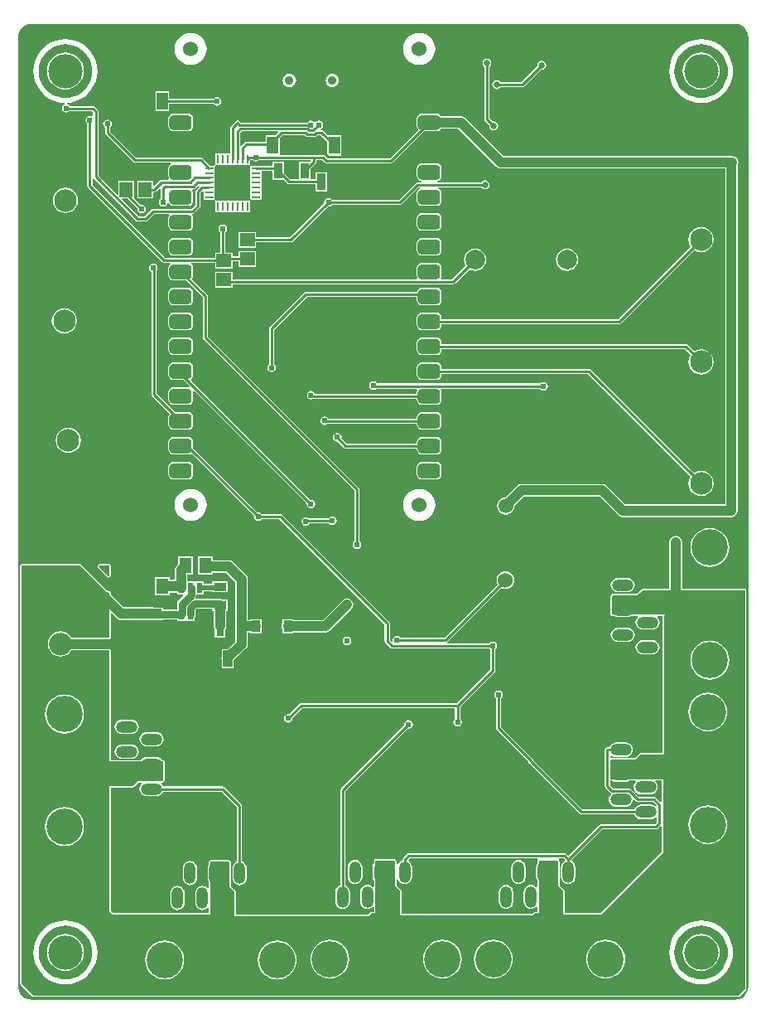
<source format=gbl>
G04*
G04 #@! TF.GenerationSoftware,Altium Limited,CircuitMaker,2.2.0 (2.2.0.5)*
G04*
G04 Layer_Physical_Order=2*
G04 Layer_Color=11436288*
%FSLAX24Y24*%
%MOIN*%
G70*
G04*
G04 #@! TF.SameCoordinates,7AF7A03E-A370-4C74-A711-71AC0677D318*
G04*
G04*
G04 #@! TF.FilePolarity,Positive*
G04*
G01*
G75*
%ADD10C,0.0098*%
%ADD11C,0.0100*%
%ADD40C,0.0600*%
%ADD50R,0.0531X0.0610*%
%ADD59R,0.0610X0.0531*%
%ADD66R,0.0453X0.0709*%
%ADD68C,0.0197*%
%ADD69C,0.0394*%
%ADD70C,0.0906*%
%ADD71O,0.0866X0.0472*%
%ADD72C,0.1457*%
G04:AMPARAMS|DCode=73|XSize=60mil|YSize=90mil|CornerRadius=15mil|HoleSize=0mil|Usage=FLASHONLY|Rotation=270.000|XOffset=0mil|YOffset=0mil|HoleType=Round|Shape=RoundedRectangle|*
%AMROUNDEDRECTD73*
21,1,0.0600,0.0600,0,0,270.0*
21,1,0.0300,0.0900,0,0,270.0*
1,1,0.0300,-0.0300,-0.0150*
1,1,0.0300,-0.0300,0.0150*
1,1,0.0300,0.0300,0.0150*
1,1,0.0300,0.0300,-0.0150*
%
%ADD73ROUNDEDRECTD73*%
%ADD74C,0.0787*%
%ADD75C,0.1000*%
%ADD76C,0.0354*%
%ADD77O,0.0472X0.0866*%
%ADD78C,0.0240*%
%ADD79C,0.0256*%
%ADD80C,0.1378*%
%ADD81R,0.0669X0.0394*%
%ADD82R,0.0394X0.0669*%
%ADD83R,0.0492X0.0610*%
%ADD84R,0.0512X0.0354*%
%ADD85R,0.0236X0.0433*%
%ADD86R,0.0315X0.0787*%
%ADD87R,0.0358X0.0480*%
%ADD88R,0.0354X0.0669*%
%ADD89R,0.0354X0.0630*%
%ADD90R,0.1280X0.1280*%
%ADD91R,0.0354X0.0098*%
%ADD92R,0.0098X0.0354*%
%ADD93C,0.0295*%
%ADD94C,0.0063*%
%ADD95R,0.0276X0.1417*%
G36*
X38780Y49140D02*
D01*
X38829Y49135D01*
X38914Y49123D01*
X39039Y49072D01*
X39147Y48989D01*
X39229Y48882D01*
X39281Y48756D01*
X39292Y48670D01*
X39298Y48622D01*
X39298Y48622D01*
X39298Y48572D01*
Y10483D01*
X39298Y10433D01*
X39292Y10385D01*
X39281Y10299D01*
X39229Y10174D01*
X39147Y10066D01*
X39039Y9984D01*
X38914Y9932D01*
X38827Y9920D01*
X38780Y9915D01*
X38730Y9915D01*
X38730Y9915D01*
X10483D01*
X10433Y9915D01*
X10385Y9920D01*
X10299Y9932D01*
X10174Y9984D01*
X10066Y10066D01*
X9984Y10174D01*
X9932Y10299D01*
X9920Y10385D01*
X9915Y10433D01*
X9915Y10483D01*
X9915Y10483D01*
Y48573D01*
X9915Y48622D01*
X9920Y48670D01*
X9932Y48756D01*
X9984Y48882D01*
X10066Y48989D01*
X10174Y49072D01*
X10299Y49123D01*
X10385Y49135D01*
X10433Y49140D01*
X10483Y49140D01*
X38730D01*
X38780Y49140D01*
D02*
G37*
%LPC*%
G36*
X26052Y48779D02*
X25927Y48767D01*
X25806Y48730D01*
X25694Y48671D01*
X25596Y48591D01*
X25516Y48493D01*
X25457Y48381D01*
X25420Y48260D01*
X25408Y48135D01*
X25420Y48009D01*
X25457Y47888D01*
X25516Y47776D01*
X25596Y47679D01*
X25694Y47598D01*
X25806Y47539D01*
X25927Y47502D01*
X26052Y47490D01*
X26178Y47502D01*
X26299Y47539D01*
X26411Y47598D01*
X26508Y47679D01*
X26589Y47776D01*
X26648Y47888D01*
X26685Y48009D01*
X26697Y48135D01*
X26685Y48260D01*
X26648Y48381D01*
X26589Y48493D01*
X26508Y48591D01*
X26411Y48671D01*
X26299Y48730D01*
X26178Y48767D01*
X26052Y48779D01*
D02*
G37*
G36*
X16856D02*
X16730Y48767D01*
X16609Y48730D01*
X16497Y48671D01*
X16400Y48591D01*
X16319Y48493D01*
X16260Y48381D01*
X16223Y48260D01*
X16211Y48135D01*
X16223Y48009D01*
X16260Y47888D01*
X16319Y47776D01*
X16400Y47679D01*
X16497Y47598D01*
X16609Y47539D01*
X16730Y47502D01*
X16856Y47490D01*
X16981Y47502D01*
X17102Y47539D01*
X17214Y47598D01*
X17311Y47679D01*
X17392Y47776D01*
X17451Y47888D01*
X17488Y48009D01*
X17500Y48135D01*
X17488Y48260D01*
X17451Y48381D01*
X17392Y48493D01*
X17311Y48591D01*
X17214Y48671D01*
X17102Y48730D01*
X16981Y48767D01*
X16856Y48779D01*
D02*
G37*
G36*
X30984Y47663D02*
X30914Y47649D01*
X30855Y47609D01*
X30816Y47550D01*
X30802Y47480D01*
X30808Y47449D01*
X30154Y46795D01*
X29320D01*
X29302Y46822D01*
X29243Y46862D01*
X29173Y46876D01*
X29103Y46862D01*
X29044Y46822D01*
X29004Y46763D01*
X28991Y46693D01*
X29004Y46623D01*
X29044Y46564D01*
X29103Y46524D01*
X29173Y46510D01*
X29243Y46524D01*
X29302Y46564D01*
X29320Y46591D01*
X30197D01*
X30236Y46598D01*
X30269Y46621D01*
X30953Y47304D01*
X30984Y47298D01*
X31054Y47312D01*
X31113Y47351D01*
X31153Y47410D01*
X31167Y47480D01*
X31153Y47550D01*
X31113Y47609D01*
X31054Y47649D01*
X30984Y47663D01*
D02*
G37*
G36*
X22559Y47140D02*
X22489Y47131D01*
X22424Y47104D01*
X22368Y47061D01*
X22325Y47005D01*
X22298Y46940D01*
X22289Y46870D01*
X22298Y46800D01*
X22325Y46735D01*
X22368Y46679D01*
X22424Y46636D01*
X22489Y46609D01*
X22559Y46600D01*
X22629Y46609D01*
X22694Y46636D01*
X22750Y46679D01*
X22793Y46735D01*
X22820Y46800D01*
X22829Y46870D01*
X22820Y46940D01*
X22793Y47005D01*
X22750Y47061D01*
X22694Y47104D01*
X22629Y47131D01*
X22559Y47140D01*
D02*
G37*
G36*
X20827D02*
X20757Y47131D01*
X20692Y47104D01*
X20636Y47061D01*
X20593Y47005D01*
X20566Y46940D01*
X20557Y46870D01*
X20566Y46800D01*
X20593Y46735D01*
X20636Y46679D01*
X20692Y46636D01*
X20757Y46609D01*
X20827Y46600D01*
X20897Y46609D01*
X20962Y46636D01*
X21018Y46679D01*
X21061Y46735D01*
X21088Y46800D01*
X21097Y46870D01*
X21088Y46940D01*
X21061Y47005D01*
X21018Y47061D01*
X20962Y47104D01*
X20897Y47131D01*
X20827Y47140D01*
D02*
G37*
G36*
X37402Y48530D02*
X37200Y48515D01*
X37004Y48467D01*
X36818Y48390D01*
X36646Y48285D01*
X36492Y48154D01*
X36361Y48000D01*
X36256Y47828D01*
X36178Y47642D01*
X36131Y47445D01*
X36115Y47244D01*
X36131Y47043D01*
X36178Y46847D01*
X36256Y46660D01*
X36361Y46488D01*
X36492Y46335D01*
X36646Y46203D01*
X36818Y46098D01*
X37004Y46021D01*
X37200Y45974D01*
X37402Y45958D01*
X37603Y45974D01*
X37799Y46021D01*
X37986Y46098D01*
X38158Y46203D01*
X38311Y46335D01*
X38442Y46488D01*
X38548Y46660D01*
X38625Y46847D01*
X38672Y47043D01*
X38688Y47244D01*
X38672Y47445D01*
X38625Y47642D01*
X38548Y47828D01*
X38442Y48000D01*
X38311Y48154D01*
X38158Y48285D01*
X37986Y48390D01*
X37799Y48467D01*
X37603Y48515D01*
X37402Y48530D01*
D02*
G37*
G36*
X15986Y46429D02*
X15431D01*
Y45618D01*
X15986D01*
Y45921D01*
X17776D01*
X17790Y45900D01*
X17847Y45862D01*
X17913Y45849D01*
X17980Y45862D01*
X18037Y45900D01*
X18075Y45957D01*
X18088Y46024D01*
X18075Y46090D01*
X18037Y46147D01*
X17980Y46185D01*
X17913Y46198D01*
X17847Y46185D01*
X17790Y46147D01*
X17776Y46126D01*
X15986D01*
Y46429D01*
D02*
G37*
G36*
X11811Y48530D02*
X11610Y48515D01*
X11414Y48467D01*
X11227Y48390D01*
X11055Y48285D01*
X10901Y48154D01*
X10770Y48000D01*
X10665Y47828D01*
X10588Y47642D01*
X10541Y47445D01*
X10525Y47244D01*
X10541Y47043D01*
X10588Y46847D01*
X10665Y46660D01*
X10770Y46488D01*
X10901Y46335D01*
X11055Y46203D01*
X11227Y46098D01*
X11414Y46021D01*
X11610Y45974D01*
X11782Y45960D01*
X11785Y45910D01*
X11784Y45909D01*
X11727Y45872D01*
X11689Y45815D01*
X11676Y45748D01*
X11689Y45681D01*
X11727Y45625D01*
X11784Y45587D01*
X11850Y45573D01*
X11917Y45587D01*
X11974Y45625D01*
X11988Y45646D01*
X12871D01*
X12929Y45588D01*
Y45452D01*
X12879Y45426D01*
X12862Y45437D01*
X12795Y45450D01*
X12728Y45437D01*
X12672Y45399D01*
X12634Y45342D01*
X12621Y45276D01*
X12634Y45209D01*
X12672Y45152D01*
X12693Y45138D01*
Y42638D01*
X12701Y42599D01*
X12723Y42565D01*
X15715Y39573D01*
X15748Y39551D01*
X15787Y39543D01*
X16018D01*
X16033Y39493D01*
X16009Y39477D01*
X15964Y39410D01*
X15949Y39332D01*
Y39032D01*
X15964Y38953D01*
X16009Y38887D01*
X16075Y38842D01*
X16154Y38827D01*
X16664D01*
X17339Y38152D01*
Y36535D01*
X17346Y36496D01*
X17369Y36463D01*
X23441Y30391D01*
Y28346D01*
X23420Y28332D01*
X23382Y28275D01*
X23369Y28209D01*
X23382Y28142D01*
X23420Y28085D01*
X23476Y28047D01*
X23543Y28034D01*
X23610Y28047D01*
X23667Y28085D01*
X23705Y28142D01*
X23718Y28209D01*
X23705Y28275D01*
X23667Y28332D01*
X23646Y28346D01*
Y30433D01*
X23638Y30472D01*
X23616Y30505D01*
X17543Y36578D01*
Y38195D01*
X17536Y38234D01*
X17513Y38267D01*
X16899Y38882D01*
X16899Y38887D01*
X16943Y38953D01*
X16959Y39032D01*
Y39332D01*
X16943Y39410D01*
X16899Y39477D01*
X16875Y39493D01*
X16890Y39543D01*
X17834D01*
Y39307D01*
X18547D01*
Y39593D01*
X18778D01*
Y39378D01*
X19490D01*
Y40012D01*
X18778D01*
Y39797D01*
X18547D01*
Y39940D01*
X18252D01*
Y40768D01*
X18273Y40782D01*
X18311Y40839D01*
X18324Y40906D01*
X18311Y40972D01*
X18273Y41029D01*
X18216Y41067D01*
X18150Y41080D01*
X18083Y41067D01*
X18026Y41029D01*
X17988Y40972D01*
X17975Y40906D01*
X17988Y40839D01*
X18026Y40782D01*
X18047Y40768D01*
Y39940D01*
X17834D01*
Y39748D01*
X15830D01*
X12898Y42680D01*
Y42925D01*
X12948Y42940D01*
X12959Y42923D01*
X14655Y41227D01*
X14688Y41205D01*
X14728Y41197D01*
X15039D01*
X15079Y41205D01*
X15112Y41227D01*
X15397Y41512D01*
X15978D01*
X15999Y41462D01*
X15964Y41410D01*
X15949Y41332D01*
Y41032D01*
X15964Y40953D01*
X16009Y40887D01*
X16075Y40842D01*
X16154Y40827D01*
X16754D01*
X16832Y40842D01*
X16899Y40887D01*
X16943Y40953D01*
X16959Y41032D01*
Y41332D01*
X16943Y41410D01*
X16909Y41462D01*
X16930Y41512D01*
X16944D01*
X16983Y41520D01*
X17016Y41542D01*
X17230Y41755D01*
X17252Y41789D01*
X17260Y41828D01*
Y42351D01*
X17320Y42412D01*
X17370Y42391D01*
Y42065D01*
X17782Y42065D01*
X17797Y42065D01*
X17814Y42061D01*
X17826Y42057D01*
X17837Y42049D01*
X17844Y42038D01*
X17849Y42026D01*
X17852Y42010D01*
X17852Y41995D01*
Y41583D01*
X19234D01*
X19234Y41995D01*
X19234Y42010D01*
X19238Y42026D01*
X19242Y42038D01*
X19250Y42049D01*
X19261Y42057D01*
X19273Y42061D01*
X19289Y42065D01*
X19304Y42065D01*
X19717D01*
Y42459D01*
Y42852D01*
Y43244D01*
X20146D01*
Y42862D01*
X20595D01*
X20735Y42723D01*
X20768Y42701D01*
X20807Y42693D01*
X21878D01*
Y42409D01*
X22335D01*
Y43181D01*
X21878D01*
Y42898D01*
X21665D01*
Y43312D01*
X21883Y43530D01*
X21906Y43563D01*
X21913Y43602D01*
Y43677D01*
X22134D01*
X22235Y43575D01*
X22269Y43553D01*
X22308Y43545D01*
X24920D01*
X24959Y43553D01*
X24992Y43575D01*
X26244Y44827D01*
X26754D01*
X26832Y44842D01*
X26899Y44887D01*
X26927Y44929D01*
X27627D01*
X29152Y43404D01*
X29234Y43349D01*
X29331Y43330D01*
X38369D01*
Y29820D01*
X34357D01*
X33604Y30573D01*
X33522Y30627D01*
X33425Y30647D01*
X30169D01*
X30073Y30627D01*
X29990Y30573D01*
X29535Y30117D01*
X29448Y30106D01*
X29362Y30071D01*
X29289Y30014D01*
X29233Y29941D01*
X29197Y29855D01*
X29185Y29764D01*
X29197Y29672D01*
X29233Y29587D01*
X29289Y29513D01*
X29362Y29457D01*
X29448Y29422D01*
X29539Y29410D01*
X29631Y29422D01*
X29716Y29457D01*
X29790Y29513D01*
X29846Y29587D01*
X29882Y29672D01*
X29893Y29760D01*
X30274Y30141D01*
X33320D01*
X34073Y29388D01*
X34155Y29333D01*
X34252Y29314D01*
X38622D01*
X38719Y29333D01*
X38801Y29388D01*
X38856Y29470D01*
X38875Y29567D01*
Y43456D01*
X38895Y43486D01*
X38914Y43583D01*
X38895Y43679D01*
X38840Y43762D01*
X38758Y43816D01*
X38661Y43836D01*
X29435D01*
X27910Y45361D01*
X27828Y45416D01*
X27731Y45435D01*
X26927D01*
X26899Y45477D01*
X26832Y45521D01*
X26754Y45537D01*
X26154D01*
X26075Y45521D01*
X26009Y45477D01*
X25964Y45410D01*
X25949Y45332D01*
Y45032D01*
X25964Y44953D01*
X26009Y44887D01*
X26009Y44882D01*
X24877Y43750D01*
X22350D01*
X22248Y43852D01*
X22215Y43874D01*
X22176Y43882D01*
X20435D01*
Y44542D01*
X20554Y44661D01*
X21442D01*
X21467Y44636D01*
X21500Y44614D01*
X21540Y44606D01*
X21846D01*
X21885Y44614D01*
X21919Y44636D01*
X21944Y44661D01*
X22084D01*
X22360Y44385D01*
Y43846D01*
X22915D01*
Y44657D01*
X22377D01*
X22198Y44836D01*
X22165Y44858D01*
X22126Y44866D01*
X22073D01*
X22068Y44916D01*
X22075Y44917D01*
X22131Y44955D01*
X22169Y45012D01*
X22182Y45079D01*
X22169Y45146D01*
X22131Y45202D01*
X22075Y45240D01*
X22008Y45253D01*
X21941Y45240D01*
X21884Y45202D01*
X21875Y45189D01*
X21825D01*
X21816Y45202D01*
X21760Y45240D01*
X21693Y45253D01*
X21626Y45240D01*
X21569Y45202D01*
X21555Y45181D01*
X18861D01*
X18813Y45230D01*
X18813Y45230D01*
X18779Y45252D01*
X18779Y45252D01*
X18758Y45256D01*
X18740Y45260D01*
X18740D01*
X18701Y45252D01*
X18701Y45252D01*
X18701Y45252D01*
X18688Y45243D01*
X18668Y45230D01*
X18471Y45033D01*
X18449Y45000D01*
X18449Y45000D01*
X18449Y45000D01*
X18441Y44961D01*
Y43929D01*
X17852D01*
X17852Y43517D01*
X17852Y43502D01*
X17849Y43485D01*
X17844Y43474D01*
X17837Y43462D01*
X17826Y43455D01*
X17814Y43451D01*
X17797Y43447D01*
X17782Y43447D01*
X17633D01*
X17346Y43734D01*
X17313Y43756D01*
X17274Y43764D01*
X14649D01*
X13606Y44806D01*
Y44981D01*
X13627Y44995D01*
X13665Y45051D01*
X13679Y45118D01*
X13665Y45185D01*
X13627Y45242D01*
X13571Y45279D01*
X13504Y45293D01*
X13437Y45279D01*
X13380Y45242D01*
X13343Y45185D01*
X13329Y45118D01*
X13343Y45051D01*
X13380Y44995D01*
X13402Y44981D01*
Y44764D01*
X13409Y44725D01*
X13432Y44691D01*
X14534Y43589D01*
X14567Y43567D01*
X14606Y43559D01*
X16042D01*
X16057Y43509D01*
X16009Y43477D01*
X15964Y43410D01*
X15949Y43332D01*
Y43032D01*
X15964Y42953D01*
X15977Y42934D01*
X15951Y42884D01*
X15695D01*
X15656Y42876D01*
X15623Y42854D01*
X15396Y42628D01*
X15346Y42649D01*
Y42837D01*
X14713D01*
Y42124D01*
X15346D01*
Y42378D01*
X15394D01*
X15433Y42386D01*
X15466Y42408D01*
X15599Y42541D01*
X15639Y42523D01*
X15646Y42517D01*
Y42106D01*
X15625Y42092D01*
X15587Y42035D01*
X15573Y41968D01*
X15587Y41902D01*
X15625Y41845D01*
X15681Y41807D01*
X15748Y41794D01*
X15815Y41807D01*
X15871Y41845D01*
X15909Y41902D01*
X15917Y41941D01*
X15940Y41947D01*
X15969Y41946D01*
X16009Y41887D01*
X16075Y41842D01*
X16154Y41827D01*
X16754D01*
X16832Y41842D01*
X16899Y41887D01*
X16943Y41953D01*
X16959Y42032D01*
Y42332D01*
X16943Y42410D01*
X16920Y42446D01*
X16946Y42496D01*
X16968D01*
X17008Y42504D01*
X17041Y42526D01*
X17156Y42641D01*
X17185Y42637D01*
X17203Y42584D01*
X17085Y42466D01*
X17063Y42433D01*
X17055Y42394D01*
Y41870D01*
X16901Y41717D01*
X15354D01*
X15315Y41709D01*
X15282Y41687D01*
X14997Y41402D01*
X14770D01*
X14094Y42078D01*
X14113Y42124D01*
X14306D01*
X14712Y41718D01*
X14707Y41693D01*
X14721Y41626D01*
X14758Y41569D01*
X14815Y41532D01*
X14882Y41518D01*
X14949Y41532D01*
X15005Y41569D01*
X15043Y41626D01*
X15057Y41693D01*
X15043Y41760D01*
X15005Y41816D01*
X14949Y41854D01*
X14882Y41868D01*
X14857Y41863D01*
X14579Y42141D01*
Y42837D01*
X13945D01*
Y42292D01*
X13899Y42273D01*
X13134Y43038D01*
Y45630D01*
X13126Y45669D01*
X13104Y45702D01*
X12986Y45820D01*
X12953Y45843D01*
X12913Y45850D01*
X11988D01*
X11974Y45872D01*
X11917Y45909D01*
X11893Y45914D01*
X11896Y45965D01*
X12012Y45974D01*
X12208Y46021D01*
X12395Y46098D01*
X12567Y46203D01*
X12721Y46335D01*
X12852Y46488D01*
X12957Y46660D01*
X13034Y46847D01*
X13081Y47043D01*
X13097Y47244D01*
X13081Y47445D01*
X13034Y47642D01*
X12957Y47828D01*
X12852Y48000D01*
X12721Y48154D01*
X12567Y48285D01*
X12395Y48390D01*
X12208Y48467D01*
X12012Y48515D01*
X11811Y48530D01*
D02*
G37*
G36*
X28780Y47742D02*
X28710Y47728D01*
X28650Y47688D01*
X28611Y47629D01*
X28597Y47559D01*
X28611Y47489D01*
X28650Y47430D01*
X28677Y47412D01*
Y45315D01*
X28685Y45276D01*
X28707Y45243D01*
X28879Y45071D01*
X28872Y45039D01*
X28886Y44969D01*
X28926Y44910D01*
X28985Y44871D01*
X29055Y44857D01*
X29125Y44871D01*
X29184Y44910D01*
X29224Y44969D01*
X29238Y45039D01*
X29224Y45109D01*
X29184Y45169D01*
X29125Y45208D01*
X29055Y45222D01*
X29024Y45216D01*
X28882Y45357D01*
Y47412D01*
X28909Y47430D01*
X28948Y47489D01*
X28962Y47559D01*
X28948Y47629D01*
X28909Y47688D01*
X28849Y47728D01*
X28780Y47742D01*
D02*
G37*
G36*
X16754Y45537D02*
X16154D01*
X16075Y45521D01*
X16009Y45477D01*
X15964Y45410D01*
X15949Y45332D01*
Y45032D01*
X15964Y44953D01*
X16009Y44887D01*
X16075Y44842D01*
X16154Y44827D01*
X16754D01*
X16832Y44842D01*
X16899Y44887D01*
X16943Y44953D01*
X16959Y45032D01*
Y45332D01*
X16943Y45410D01*
X16899Y45477D01*
X16832Y45521D01*
X16754Y45537D01*
D02*
G37*
G36*
X26754Y43537D02*
X26154D01*
X26075Y43521D01*
X26009Y43477D01*
X25964Y43410D01*
X25949Y43332D01*
Y43032D01*
X25964Y42953D01*
X26009Y42887D01*
X26075Y42842D01*
X26140Y42830D01*
X26135Y42780D01*
X25984D01*
X25945Y42772D01*
X25912Y42750D01*
X25233Y42071D01*
X22539D01*
X22525Y42092D01*
X22468Y42130D01*
X22402Y42143D01*
X22335Y42130D01*
X22278Y42092D01*
X22240Y42035D01*
X22227Y41968D01*
X22232Y41944D01*
X20853Y40565D01*
X19490D01*
Y40780D01*
X18778D01*
Y40146D01*
X19490D01*
Y40360D01*
X20896D01*
X20935Y40368D01*
X20968Y40390D01*
X22377Y41799D01*
X22402Y41794D01*
X22468Y41807D01*
X22525Y41845D01*
X22539Y41866D01*
X25276D01*
X25315Y41874D01*
X25348Y41896D01*
X26027Y42575D01*
X26088D01*
X26093Y42525D01*
X26075Y42521D01*
X26009Y42477D01*
X25964Y42410D01*
X25949Y42332D01*
Y42032D01*
X25964Y41953D01*
X26009Y41887D01*
X26075Y41842D01*
X26154Y41827D01*
X26754D01*
X26832Y41842D01*
X26899Y41887D01*
X26943Y41953D01*
X26959Y42032D01*
Y42332D01*
X26943Y42410D01*
X26899Y42477D01*
X26832Y42521D01*
X26815Y42525D01*
X26820Y42575D01*
X28554D01*
X28572Y42548D01*
X28631Y42508D01*
X28701Y42495D01*
X28771Y42508D01*
X28830Y42548D01*
X28870Y42607D01*
X28883Y42677D01*
X28870Y42747D01*
X28830Y42806D01*
X28771Y42846D01*
X28701Y42860D01*
X28631Y42846D01*
X28572Y42806D01*
X28554Y42780D01*
X26773D01*
X26768Y42830D01*
X26832Y42842D01*
X26899Y42887D01*
X26943Y42953D01*
X26959Y43032D01*
Y43332D01*
X26943Y43410D01*
X26899Y43477D01*
X26832Y43521D01*
X26754Y43537D01*
D02*
G37*
G36*
X11811Y42556D02*
X11679Y42538D01*
X11557Y42487D01*
X11452Y42407D01*
X11371Y42301D01*
X11320Y42179D01*
X11303Y42047D01*
X11320Y41916D01*
X11371Y41793D01*
X11452Y41688D01*
X11557Y41607D01*
X11679Y41556D01*
X11811Y41539D01*
X11943Y41556D01*
X12065Y41607D01*
X12170Y41688D01*
X12251Y41793D01*
X12302Y41916D01*
X12319Y42047D01*
X12302Y42179D01*
X12251Y42301D01*
X12170Y42407D01*
X12065Y42487D01*
X11943Y42538D01*
X11811Y42556D01*
D02*
G37*
G36*
X26754Y41537D02*
X26154D01*
X26075Y41521D01*
X26009Y41477D01*
X25964Y41410D01*
X25949Y41332D01*
Y41032D01*
X25964Y40953D01*
X26009Y40887D01*
X26075Y40842D01*
X26154Y40827D01*
X26754D01*
X26832Y40842D01*
X26899Y40887D01*
X26943Y40953D01*
X26959Y41032D01*
Y41332D01*
X26943Y41410D01*
X26899Y41477D01*
X26832Y41521D01*
X26754Y41537D01*
D02*
G37*
G36*
X37402Y40981D02*
X37270Y40963D01*
X37147Y40913D01*
X37042Y40832D01*
X36961Y40727D01*
X36911Y40604D01*
X36893Y40472D01*
X36911Y40341D01*
X36961Y40218D01*
X36979Y40195D01*
X34069Y37284D01*
X26959D01*
Y37332D01*
X26943Y37410D01*
X26899Y37477D01*
X26832Y37521D01*
X26754Y37537D01*
X26154D01*
X26075Y37521D01*
X26009Y37477D01*
X25964Y37410D01*
X25949Y37332D01*
Y37032D01*
X25964Y36953D01*
X26009Y36887D01*
X26075Y36842D01*
X26154Y36827D01*
X26754D01*
X26832Y36842D01*
X26899Y36887D01*
X26943Y36953D01*
X26959Y37032D01*
Y37080D01*
X34111D01*
X34150Y37087D01*
X34183Y37110D01*
X37124Y40050D01*
X37147Y40032D01*
X37270Y39981D01*
X37402Y39964D01*
X37533Y39981D01*
X37656Y40032D01*
X37761Y40113D01*
X37842Y40218D01*
X37893Y40341D01*
X37910Y40472D01*
X37893Y40604D01*
X37842Y40727D01*
X37761Y40832D01*
X37656Y40913D01*
X37533Y40963D01*
X37402Y40981D01*
D02*
G37*
G36*
X26754Y40537D02*
X26154D01*
X26075Y40521D01*
X26009Y40477D01*
X25964Y40410D01*
X25949Y40332D01*
Y40032D01*
X25964Y39953D01*
X26009Y39887D01*
X26075Y39842D01*
X26154Y39827D01*
X26754D01*
X26832Y39842D01*
X26899Y39887D01*
X26943Y39953D01*
X26959Y40032D01*
Y40332D01*
X26943Y40410D01*
X26899Y40477D01*
X26832Y40521D01*
X26754Y40537D01*
D02*
G37*
G36*
X16754D02*
X16154D01*
X16075Y40521D01*
X16009Y40477D01*
X15964Y40410D01*
X15949Y40332D01*
Y40032D01*
X15964Y39953D01*
X16009Y39887D01*
X16075Y39842D01*
X16154Y39827D01*
X16754D01*
X16832Y39842D01*
X16899Y39887D01*
X16943Y39953D01*
X16959Y40032D01*
Y40332D01*
X16943Y40410D01*
X16899Y40477D01*
X16832Y40521D01*
X16754Y40537D01*
D02*
G37*
G36*
X32007Y40110D02*
X31891Y40095D01*
X31783Y40050D01*
X31690Y39979D01*
X31619Y39886D01*
X31574Y39778D01*
X31558Y39661D01*
X31574Y39545D01*
X31619Y39437D01*
X31690Y39344D01*
X31783Y39273D01*
X31891Y39228D01*
X32007Y39213D01*
X32123Y39228D01*
X32231Y39273D01*
X32324Y39344D01*
X32396Y39437D01*
X32441Y39545D01*
X32456Y39661D01*
X32441Y39778D01*
X32396Y39886D01*
X32324Y39979D01*
X32231Y40050D01*
X32123Y40095D01*
X32007Y40110D01*
D02*
G37*
G36*
X28306D02*
X28190Y40095D01*
X28082Y40050D01*
X27989Y39979D01*
X27918Y39886D01*
X27873Y39778D01*
X27858Y39661D01*
X27873Y39545D01*
X27918Y39437D01*
X27926Y39426D01*
X27384Y38884D01*
X26957D01*
X26930Y38934D01*
X26943Y38953D01*
X26959Y39032D01*
Y39332D01*
X26943Y39410D01*
X26899Y39477D01*
X26832Y39521D01*
X26754Y39537D01*
X26154D01*
X26075Y39521D01*
X26009Y39477D01*
X25964Y39410D01*
X25949Y39332D01*
Y39032D01*
X25964Y38953D01*
X25977Y38934D01*
X25951Y38884D01*
X18547D01*
Y39173D01*
X17834D01*
Y38539D01*
X18547D01*
Y38679D01*
X27426D01*
X27466Y38687D01*
X27499Y38709D01*
X28071Y39281D01*
X28082Y39273D01*
X28190Y39228D01*
X28306Y39213D01*
X28422Y39228D01*
X28531Y39273D01*
X28624Y39344D01*
X28695Y39437D01*
X28740Y39545D01*
X28755Y39661D01*
X28740Y39778D01*
X28695Y39886D01*
X28624Y39979D01*
X28531Y40050D01*
X28422Y40095D01*
X28306Y40110D01*
D02*
G37*
G36*
X26754Y38537D02*
X26154D01*
X26075Y38521D01*
X26009Y38477D01*
X25964Y38410D01*
X25956Y38370D01*
X21496D01*
X21457Y38362D01*
X21424Y38340D01*
X20046Y36962D01*
X20024Y36929D01*
X20016Y36890D01*
Y35453D01*
X19995Y35438D01*
X19957Y35382D01*
X19944Y35315D01*
X19957Y35248D01*
X19995Y35191D01*
X20051Y35154D01*
X20118Y35140D01*
X20185Y35154D01*
X20242Y35191D01*
X20279Y35248D01*
X20293Y35315D01*
X20279Y35382D01*
X20242Y35438D01*
X20220Y35453D01*
Y36847D01*
X21538Y38165D01*
X25949D01*
Y38032D01*
X25964Y37953D01*
X26009Y37887D01*
X26075Y37842D01*
X26154Y37827D01*
X26754D01*
X26832Y37842D01*
X26899Y37887D01*
X26943Y37953D01*
X26959Y38032D01*
Y38332D01*
X26943Y38410D01*
X26899Y38477D01*
X26832Y38521D01*
X26754Y38537D01*
D02*
G37*
G36*
X16754D02*
X16154D01*
X16075Y38521D01*
X16009Y38477D01*
X15964Y38410D01*
X15949Y38332D01*
Y38032D01*
X15964Y37953D01*
X16009Y37887D01*
X16075Y37842D01*
X16154Y37827D01*
X16754D01*
X16832Y37842D01*
X16899Y37887D01*
X16943Y37953D01*
X16959Y38032D01*
Y38332D01*
X16943Y38410D01*
X16899Y38477D01*
X16832Y38521D01*
X16754Y38537D01*
D02*
G37*
G36*
Y37537D02*
X16154D01*
X16075Y37521D01*
X16009Y37477D01*
X15964Y37410D01*
X15949Y37332D01*
Y37032D01*
X15964Y36953D01*
X16009Y36887D01*
X16075Y36842D01*
X16154Y36827D01*
X16754D01*
X16832Y36842D01*
X16899Y36887D01*
X16943Y36953D01*
X16959Y37032D01*
Y37332D01*
X16943Y37410D01*
X16899Y37477D01*
X16832Y37521D01*
X16754Y37537D01*
D02*
G37*
G36*
X11772Y37713D02*
X11640Y37696D01*
X11518Y37645D01*
X11412Y37564D01*
X11331Y37459D01*
X11281Y37336D01*
X11263Y37205D01*
X11281Y37073D01*
X11331Y36951D01*
X11412Y36845D01*
X11518Y36765D01*
X11640Y36714D01*
X11772Y36696D01*
X11903Y36714D01*
X12026Y36765D01*
X12131Y36845D01*
X12212Y36951D01*
X12263Y37073D01*
X12280Y37205D01*
X12263Y37336D01*
X12212Y37459D01*
X12131Y37564D01*
X12026Y37645D01*
X11903Y37696D01*
X11772Y37713D01*
D02*
G37*
G36*
X16754Y36537D02*
X16154D01*
X16075Y36521D01*
X16009Y36477D01*
X15964Y36410D01*
X15949Y36332D01*
Y36032D01*
X15964Y35953D01*
X16009Y35887D01*
X16075Y35842D01*
X16154Y35827D01*
X16754D01*
X16832Y35842D01*
X16899Y35887D01*
X16943Y35953D01*
X16959Y36032D01*
Y36332D01*
X16943Y36410D01*
X16899Y36477D01*
X16832Y36521D01*
X16754Y36537D01*
D02*
G37*
G36*
X26754D02*
X26154D01*
X26075Y36521D01*
X26009Y36477D01*
X25964Y36410D01*
X25949Y36332D01*
Y36032D01*
X25964Y35953D01*
X26009Y35887D01*
X26075Y35842D01*
X26154Y35827D01*
X26754D01*
X26832Y35842D01*
X26899Y35887D01*
X26943Y35953D01*
X26959Y36032D01*
Y36080D01*
X36728D01*
X36979Y35829D01*
X36961Y35805D01*
X36911Y35683D01*
X36893Y35551D01*
X36911Y35420D01*
X36961Y35297D01*
X37042Y35192D01*
X37147Y35111D01*
X37270Y35060D01*
X37402Y35043D01*
X37533Y35060D01*
X37656Y35111D01*
X37761Y35192D01*
X37842Y35297D01*
X37893Y35420D01*
X37910Y35551D01*
X37893Y35683D01*
X37842Y35805D01*
X37761Y35911D01*
X37656Y35991D01*
X37533Y36042D01*
X37402Y36059D01*
X37270Y36042D01*
X37147Y35991D01*
X37124Y35973D01*
X36843Y36254D01*
X36810Y36276D01*
X36771Y36284D01*
X26959D01*
Y36332D01*
X26943Y36410D01*
X26899Y36477D01*
X26832Y36521D01*
X26754Y36537D01*
D02*
G37*
G36*
X16754Y35537D02*
X16154D01*
X16075Y35521D01*
X16009Y35477D01*
X15964Y35410D01*
X15949Y35332D01*
Y35032D01*
X15964Y34953D01*
X16009Y34887D01*
X16075Y34842D01*
X16154Y34827D01*
X16564D01*
X16815Y34576D01*
X16790Y34530D01*
X16754Y34537D01*
X16154D01*
X16075Y34521D01*
X16009Y34477D01*
X15964Y34410D01*
X15949Y34332D01*
Y34032D01*
X15964Y33953D01*
X16009Y33887D01*
X16075Y33842D01*
X16154Y33827D01*
X16754D01*
X16832Y33842D01*
X16899Y33887D01*
X16943Y33953D01*
X16959Y34032D01*
Y34332D01*
X16952Y34368D01*
X16998Y34393D01*
X21523Y29867D01*
X21518Y29843D01*
X21532Y29776D01*
X21569Y29719D01*
X21626Y29681D01*
X21693Y29668D01*
X21760Y29681D01*
X21816Y29719D01*
X21854Y29776D01*
X21868Y29843D01*
X21854Y29909D01*
X21816Y29966D01*
X21760Y30004D01*
X21693Y30017D01*
X21668Y30012D01*
X16864Y34817D01*
X16868Y34866D01*
X16899Y34887D01*
X16943Y34953D01*
X16959Y35032D01*
Y35332D01*
X16943Y35410D01*
X16899Y35477D01*
X16832Y35521D01*
X16754Y35537D01*
D02*
G37*
G36*
X24213Y34781D02*
X24146Y34768D01*
X24089Y34730D01*
X24051Y34673D01*
X24038Y34606D01*
X24051Y34539D01*
X24089Y34483D01*
X24146Y34445D01*
X24213Y34432D01*
X24279Y34445D01*
X24332Y34480D01*
X25951D01*
X25977Y34430D01*
X25964Y34410D01*
X25949Y34332D01*
Y34284D01*
X21851D01*
X21816Y34336D01*
X21760Y34374D01*
X21693Y34387D01*
X21626Y34374D01*
X21569Y34336D01*
X21532Y34279D01*
X21518Y34213D01*
X21532Y34146D01*
X21569Y34089D01*
X21626Y34051D01*
X21693Y34038D01*
X21760Y34051D01*
X21802Y34080D01*
X25949D01*
Y34032D01*
X25964Y33953D01*
X26009Y33887D01*
X26075Y33842D01*
X26154Y33827D01*
X26754D01*
X26832Y33842D01*
X26899Y33887D01*
X26943Y33953D01*
X26959Y34032D01*
Y34332D01*
X26943Y34410D01*
X26930Y34430D01*
X26957Y34480D01*
X30915D01*
X30940Y34443D01*
X30996Y34406D01*
X31063Y34392D01*
X31130Y34406D01*
X31186Y34443D01*
X31224Y34500D01*
X31238Y34567D01*
X31224Y34634D01*
X31186Y34690D01*
X31130Y34728D01*
X31063Y34742D01*
X30996Y34728D01*
X30940Y34690D01*
X30936Y34685D01*
X24366D01*
X24336Y34730D01*
X24279Y34768D01*
X24213Y34781D01*
D02*
G37*
G36*
X26754Y33537D02*
X26154D01*
X26075Y33521D01*
X26009Y33477D01*
X25964Y33410D01*
X25949Y33332D01*
Y33284D01*
X22386D01*
X22368Y33312D01*
X22311Y33350D01*
X22244Y33364D01*
X22177Y33350D01*
X22121Y33312D01*
X22083Y33256D01*
X22069Y33189D01*
X22083Y33122D01*
X22121Y33066D01*
X22177Y33028D01*
X22244Y33014D01*
X22311Y33028D01*
X22368Y33066D01*
X22377Y33080D01*
X25949D01*
Y33032D01*
X25964Y32953D01*
X26009Y32887D01*
X26075Y32842D01*
X26154Y32827D01*
X26754D01*
X26832Y32842D01*
X26899Y32887D01*
X26943Y32953D01*
X26959Y33032D01*
Y33332D01*
X26943Y33410D01*
X26899Y33477D01*
X26832Y33521D01*
X26754Y33537D01*
D02*
G37*
G36*
X15354Y39505D02*
X15288Y39492D01*
X15231Y39454D01*
X15193Y39398D01*
X15180Y39331D01*
X15193Y39264D01*
X15231Y39207D01*
X15288Y39169D01*
X15291Y39169D01*
Y34242D01*
X15299Y34203D01*
X15321Y34170D01*
X16009Y33482D01*
X16009Y33477D01*
X15964Y33410D01*
X15949Y33332D01*
Y33032D01*
X15964Y32953D01*
X16009Y32887D01*
X16075Y32842D01*
X16154Y32827D01*
X16754D01*
X16832Y32842D01*
X16899Y32887D01*
X16943Y32953D01*
X16959Y33032D01*
Y33332D01*
X16943Y33410D01*
X16899Y33477D01*
X16832Y33521D01*
X16754Y33537D01*
X16244D01*
X15496Y34285D01*
Y39235D01*
X15516Y39264D01*
X15529Y39331D01*
X15516Y39398D01*
X15478Y39454D01*
X15421Y39492D01*
X15354Y39505D01*
D02*
G37*
G36*
X11929Y32910D02*
X11798Y32893D01*
X11675Y32842D01*
X11570Y32761D01*
X11489Y32656D01*
X11438Y32533D01*
X11421Y32402D01*
X11438Y32270D01*
X11489Y32147D01*
X11570Y32042D01*
X11675Y31961D01*
X11798Y31911D01*
X11929Y31893D01*
X12061Y31911D01*
X12183Y31961D01*
X12289Y32042D01*
X12369Y32147D01*
X12420Y32270D01*
X12437Y32402D01*
X12420Y32533D01*
X12369Y32656D01*
X12289Y32761D01*
X12183Y32842D01*
X12061Y32893D01*
X11929Y32910D01*
D02*
G37*
G36*
X22756Y32694D02*
X22689Y32681D01*
X22632Y32643D01*
X22595Y32587D01*
X22581Y32520D01*
X22595Y32453D01*
X22632Y32396D01*
X22689Y32358D01*
X22756Y32345D01*
X22781Y32350D01*
X23021Y32110D01*
X23055Y32087D01*
X23094Y32080D01*
X25949D01*
Y32032D01*
X25964Y31953D01*
X26009Y31887D01*
X26075Y31842D01*
X26154Y31827D01*
X26754D01*
X26832Y31842D01*
X26899Y31887D01*
X26943Y31953D01*
X26959Y32032D01*
Y32332D01*
X26943Y32410D01*
X26899Y32477D01*
X26832Y32521D01*
X26754Y32537D01*
X26154D01*
X26075Y32521D01*
X26009Y32477D01*
X25964Y32410D01*
X25949Y32332D01*
Y32284D01*
X23136D01*
X22926Y32495D01*
X22931Y32520D01*
X22917Y32587D01*
X22879Y32643D01*
X22823Y32681D01*
X22756Y32694D01*
D02*
G37*
G36*
X26754Y31537D02*
X26154D01*
X26075Y31521D01*
X26009Y31477D01*
X25964Y31410D01*
X25949Y31332D01*
Y31032D01*
X25964Y30953D01*
X26009Y30887D01*
X26075Y30842D01*
X26154Y30827D01*
X26754D01*
X26832Y30842D01*
X26899Y30887D01*
X26943Y30953D01*
X26959Y31032D01*
Y31332D01*
X26943Y31410D01*
X26899Y31477D01*
X26832Y31521D01*
X26754Y31537D01*
D02*
G37*
G36*
X16754D02*
X16154D01*
X16075Y31521D01*
X16009Y31477D01*
X15964Y31410D01*
X15949Y31332D01*
Y31032D01*
X15964Y30953D01*
X16009Y30887D01*
X16075Y30842D01*
X16154Y30827D01*
X16754D01*
X16832Y30842D01*
X16899Y30887D01*
X16943Y30953D01*
X16959Y31032D01*
Y31332D01*
X16943Y31410D01*
X16899Y31477D01*
X16832Y31521D01*
X16754Y31537D01*
D02*
G37*
G36*
X26754Y35537D02*
X26154D01*
X26075Y35521D01*
X26009Y35477D01*
X25964Y35410D01*
X25949Y35332D01*
Y35032D01*
X25964Y34953D01*
X26009Y34887D01*
X26075Y34842D01*
X26154Y34827D01*
X26754D01*
X26832Y34842D01*
X26899Y34887D01*
X26943Y34953D01*
X26959Y35032D01*
Y35080D01*
X32847D01*
X36979Y30947D01*
X36961Y30923D01*
X36911Y30801D01*
X36893Y30669D01*
X36911Y30538D01*
X36961Y30415D01*
X37042Y30310D01*
X37147Y30229D01*
X37270Y30178D01*
X37402Y30161D01*
X37533Y30178D01*
X37656Y30229D01*
X37761Y30310D01*
X37842Y30415D01*
X37893Y30538D01*
X37910Y30669D01*
X37893Y30801D01*
X37842Y30923D01*
X37761Y31029D01*
X37656Y31109D01*
X37533Y31160D01*
X37402Y31178D01*
X37270Y31160D01*
X37147Y31109D01*
X37124Y31092D01*
X32961Y35254D01*
X32928Y35276D01*
X32889Y35284D01*
X26959D01*
Y35332D01*
X26943Y35410D01*
X26899Y35477D01*
X26832Y35521D01*
X26754Y35537D01*
D02*
G37*
G36*
X22559Y29348D02*
X22492Y29335D01*
X22436Y29297D01*
X22421Y29276D01*
X21592D01*
X21563Y29295D01*
X21496Y29308D01*
X21429Y29295D01*
X21373Y29257D01*
X21335Y29201D01*
X21321Y29134D01*
X21335Y29067D01*
X21373Y29010D01*
X21429Y28973D01*
X21496Y28959D01*
X21563Y28973D01*
X21620Y29010D01*
X21657Y29067D01*
X21658Y29071D01*
X22421D01*
X22436Y29050D01*
X22492Y29012D01*
X22559Y28999D01*
X22626Y29012D01*
X22683Y29050D01*
X22720Y29106D01*
X22734Y29173D01*
X22720Y29240D01*
X22683Y29297D01*
X22626Y29335D01*
X22559Y29348D01*
D02*
G37*
G36*
X26052Y30449D02*
X25927Y30436D01*
X25806Y30400D01*
X25694Y30340D01*
X25596Y30260D01*
X25516Y30162D01*
X25457Y30051D01*
X25420Y29930D01*
X25408Y29804D01*
X25420Y29678D01*
X25457Y29557D01*
X25516Y29446D01*
X25596Y29348D01*
X25694Y29268D01*
X25806Y29208D01*
X25927Y29171D01*
X26052Y29159D01*
X26178Y29171D01*
X26299Y29208D01*
X26411Y29268D01*
X26508Y29348D01*
X26589Y29446D01*
X26648Y29557D01*
X26685Y29678D01*
X26697Y29804D01*
X26685Y29930D01*
X26648Y30051D01*
X26589Y30162D01*
X26508Y30260D01*
X26411Y30340D01*
X26299Y30400D01*
X26178Y30436D01*
X26052Y30449D01*
D02*
G37*
G36*
X16856D02*
X16730Y30436D01*
X16609Y30400D01*
X16497Y30340D01*
X16400Y30260D01*
X16319Y30162D01*
X16260Y30051D01*
X16223Y29930D01*
X16211Y29804D01*
X16223Y29678D01*
X16260Y29557D01*
X16319Y29446D01*
X16400Y29348D01*
X16497Y29268D01*
X16609Y29208D01*
X16730Y29171D01*
X16856Y29159D01*
X16981Y29171D01*
X17102Y29208D01*
X17214Y29268D01*
X17311Y29348D01*
X17392Y29446D01*
X17451Y29557D01*
X17488Y29678D01*
X17500Y29804D01*
X17488Y29930D01*
X17451Y30051D01*
X17392Y30162D01*
X17311Y30260D01*
X17214Y30340D01*
X17102Y30400D01*
X16981Y30436D01*
X16856Y30449D01*
D02*
G37*
G36*
X37748Y28874D02*
X37595Y28859D01*
X37448Y28814D01*
X37313Y28742D01*
X37194Y28644D01*
X37097Y28526D01*
X37024Y28390D01*
X36980Y28243D01*
X36965Y28091D01*
X36980Y27938D01*
X37024Y27791D01*
X37097Y27655D01*
X37194Y27537D01*
X37313Y27439D01*
X37448Y27367D01*
X37595Y27322D01*
X37748Y27307D01*
X37901Y27322D01*
X38048Y27367D01*
X38183Y27439D01*
X38302Y27537D01*
X38399Y27655D01*
X38472Y27791D01*
X38516Y27938D01*
X38531Y28091D01*
X38516Y28243D01*
X38472Y28390D01*
X38399Y28526D01*
X38302Y28644D01*
X38183Y28742D01*
X38048Y28814D01*
X37901Y28859D01*
X37748Y28874D01*
D02*
G37*
G36*
X13583Y27418D02*
X13179D01*
X13169Y27413D01*
X13158D01*
X13150Y27406D01*
X13140Y27401D01*
X13135Y27391D01*
X13128Y27383D01*
X13109Y27337D01*
Y27326D01*
X13104Y27316D01*
X13109Y27306D01*
Y27295D01*
X13116Y27287D01*
X13121Y27277D01*
X13497Y26900D01*
X13507Y26896D01*
X13515Y26888D01*
X13526D01*
X13536Y26884D01*
X13547Y26888D01*
X13558D01*
X13604Y26907D01*
X13612Y26915D01*
X13622Y26919D01*
X13626Y26929D01*
X13634Y26937D01*
Y26948D01*
X13638Y26958D01*
Y27362D01*
X13622Y27401D01*
X13583Y27418D01*
D02*
G37*
G36*
X16754Y32537D02*
X16154D01*
X16075Y32521D01*
X16009Y32477D01*
X15964Y32410D01*
X15949Y32332D01*
Y32032D01*
X15964Y31953D01*
X16009Y31887D01*
X16075Y31842D01*
X16154Y31827D01*
X16754D01*
X16832Y31842D01*
X16879Y31874D01*
X19397Y29356D01*
X19392Y29331D01*
X19406Y29264D01*
X19443Y29207D01*
X19500Y29169D01*
X19567Y29156D01*
X19634Y29169D01*
X19690Y29207D01*
X19705Y29228D01*
X20430D01*
X24661Y24997D01*
Y24331D01*
X24669Y24292D01*
X24691Y24258D01*
X24888Y24061D01*
X24921Y24039D01*
X24961Y24032D01*
X28878D01*
X28892Y24010D01*
X28913Y23996D01*
Y23192D01*
X27556Y21835D01*
X21299D01*
X21260Y21827D01*
X21227Y21805D01*
X20812Y21390D01*
X20787Y21395D01*
X20721Y21382D01*
X20664Y21344D01*
X20626Y21287D01*
X20613Y21220D01*
X20626Y21154D01*
X20664Y21097D01*
X20721Y21059D01*
X20787Y21046D01*
X20854Y21059D01*
X20911Y21097D01*
X20949Y21154D01*
X20962Y21220D01*
X20957Y21245D01*
X21342Y21630D01*
X27496D01*
Y21201D01*
X27475Y21186D01*
X27437Y21130D01*
X27424Y21063D01*
X27437Y20996D01*
X27475Y20940D01*
X27532Y20902D01*
X27598Y20888D01*
X27665Y20902D01*
X27722Y20940D01*
X27760Y20996D01*
X27773Y21063D01*
X27760Y21130D01*
X27722Y21186D01*
X27701Y21201D01*
Y21690D01*
X29088Y23077D01*
X29110Y23110D01*
X29118Y23150D01*
Y23996D01*
X29139Y24010D01*
X29177Y24067D01*
X29190Y24134D01*
X29177Y24201D01*
X29139Y24257D01*
X29083Y24295D01*
X29016Y24308D01*
X28949Y24295D01*
X28892Y24257D01*
X28878Y24236D01*
X27185D01*
X27169Y24286D01*
X27187Y24298D01*
X29361Y26472D01*
X29436Y26441D01*
X29528Y26429D01*
X29619Y26441D01*
X29705Y26477D01*
X29778Y26533D01*
X29834Y26606D01*
X29870Y26692D01*
X29882Y26783D01*
X29870Y26875D01*
X29834Y26961D01*
X29778Y27034D01*
X29705Y27090D01*
X29619Y27126D01*
X29528Y27138D01*
X29436Y27126D01*
X29350Y27090D01*
X29277Y27034D01*
X29221Y26961D01*
X29185Y26875D01*
X29173Y26783D01*
X29185Y26692D01*
X29216Y26617D01*
X27072Y24472D01*
X25295D01*
X25281Y24494D01*
X25224Y24531D01*
X25157Y24545D01*
X25091Y24531D01*
X25034Y24494D01*
X24996Y24437D01*
X24983Y24370D01*
X24994Y24316D01*
X24950Y24289D01*
X24866Y24373D01*
Y25039D01*
X24858Y25079D01*
X24836Y25112D01*
X20545Y29403D01*
X20512Y29425D01*
X20472Y29433D01*
X19705D01*
X19690Y29454D01*
X19634Y29492D01*
X19567Y29505D01*
X19542Y29500D01*
X16959Y32083D01*
Y32332D01*
X16943Y32410D01*
X16899Y32477D01*
X16832Y32521D01*
X16754Y32537D01*
D02*
G37*
G36*
X36378Y28560D02*
X36281Y28541D01*
X36199Y28486D01*
X36144Y28404D01*
X36125Y28307D01*
Y26433D01*
X35039D01*
X35000Y26417D01*
X34914Y26331D01*
X34906Y26328D01*
X34846Y26282D01*
X34811Y26237D01*
X33858D01*
X33819Y26220D01*
X33780Y26181D01*
X33763Y26142D01*
Y25593D01*
X33761Y25577D01*
X33763Y25560D01*
Y25394D01*
X33780Y25355D01*
X33819Y25338D01*
X33890D01*
X33906Y25326D01*
X33976Y25297D01*
X34051Y25287D01*
X34445D01*
X34520Y25297D01*
X34590Y25326D01*
X34606Y25338D01*
X34838D01*
X34855Y25288D01*
X34846Y25282D01*
X34800Y25222D01*
X34771Y25152D01*
X34761Y25077D01*
X34771Y25002D01*
X34800Y24932D01*
X34846Y24872D01*
X34906Y24826D01*
X34976Y24797D01*
X35051Y24787D01*
X35445D01*
X35520Y24797D01*
X35590Y24826D01*
X35650Y24872D01*
X35696Y24932D01*
X35725Y25002D01*
X35735Y25077D01*
X35725Y25152D01*
X35696Y25222D01*
X35650Y25282D01*
X35641Y25288D01*
X35658Y25338D01*
X35850D01*
Y19819D01*
X34961D01*
X34921Y19803D01*
X34835Y19717D01*
X34828Y19714D01*
X34767Y19668D01*
X34733Y19622D01*
X33780D01*
X33733Y19657D01*
Y19725D01*
X33783Y19746D01*
X33828Y19712D01*
X33897Y19683D01*
X33972Y19673D01*
X34366D01*
X34441Y19683D01*
X34511Y19712D01*
X34571Y19758D01*
X34617Y19818D01*
X34646Y19888D01*
X34656Y19963D01*
X34646Y20038D01*
X34617Y20108D01*
X34571Y20168D01*
X34511Y20214D01*
X34441Y20243D01*
X34366Y20252D01*
X33972D01*
X33897Y20243D01*
X33828Y20214D01*
X33767Y20168D01*
X33721Y20108D01*
X33701Y20057D01*
X33628Y20056D01*
X33609Y20052D01*
X33591Y20048D01*
X33590Y20047D01*
X33589Y20047D01*
X33573Y20036D01*
X33557Y20026D01*
X33557Y20025D01*
X33556Y20024D01*
X33545Y20008D01*
X33535Y19992D01*
X33535Y19991D01*
X33534Y19990D01*
X33531Y19971D01*
X33527Y19953D01*
Y18500D01*
X33535Y18461D01*
X33557Y18427D01*
X33747Y18237D01*
X33762Y18227D01*
X33770Y18170D01*
X33767Y18168D01*
X33721Y18108D01*
X33692Y18038D01*
X33683Y17963D01*
X33692Y17888D01*
X33721Y17818D01*
X33767Y17758D01*
X33828Y17712D01*
X33897Y17683D01*
X33972Y17673D01*
X34366D01*
X34441Y17683D01*
X34511Y17712D01*
X34571Y17758D01*
X34617Y17818D01*
X34646Y17888D01*
X34653Y17940D01*
X34705Y17959D01*
X34777Y17887D01*
X34811Y17865D01*
X34850Y17857D01*
X35467D01*
X35595Y17729D01*
X35597Y17718D01*
X35595Y17713D01*
X35535Y17695D01*
X35511Y17714D01*
X35441Y17743D01*
X35366Y17752D01*
X34972D01*
X34897Y17743D01*
X34828Y17714D01*
X34767Y17668D01*
X34721Y17608D01*
X34704Y17565D01*
X32619D01*
X30653Y19531D01*
X30646Y19567D01*
X30624Y19600D01*
X29354Y20869D01*
Y22028D01*
X29375Y22042D01*
X29413Y22099D01*
X29427Y22165D01*
X29413Y22232D01*
X29375Y22289D01*
X29319Y22327D01*
X29252Y22340D01*
X29185Y22327D01*
X29128Y22289D01*
X29091Y22232D01*
X29077Y22165D01*
X29091Y22099D01*
X29128Y22042D01*
X29150Y22028D01*
Y20827D01*
X29157Y20788D01*
X29180Y20754D01*
X30450Y19484D01*
X30457Y19449D01*
X30479Y19416D01*
X32504Y17390D01*
X32538Y17368D01*
X32577Y17360D01*
X34704D01*
X34721Y17318D01*
X34767Y17258D01*
X34828Y17212D01*
X34897Y17183D01*
X34972Y17173D01*
X35366D01*
X35441Y17183D01*
X35511Y17212D01*
X35567Y17254D01*
X35601Y17248D01*
X35617Y17242D01*
Y17043D01*
X35552Y16978D01*
X33374D01*
X33335Y16970D01*
X33301Y16948D01*
X32049Y15696D01*
X31982Y15763D01*
X31949Y15785D01*
X31909Y15793D01*
X25625D01*
X25586Y15785D01*
X25552Y15763D01*
X25401Y15612D01*
X25379Y15579D01*
X25371Y15539D01*
Y15509D01*
X25329Y15491D01*
X25269Y15445D01*
X25223Y15385D01*
X25194Y15315D01*
X25185Y15240D01*
Y14846D01*
X25194Y14771D01*
X25223Y14702D01*
X25269Y14641D01*
X25329Y14595D01*
X25399Y14566D01*
X25474Y14557D01*
X25549Y14566D01*
X25619Y14595D01*
X25679Y14641D01*
X25725Y14702D01*
X25754Y14771D01*
X25764Y14846D01*
Y15240D01*
X25754Y15315D01*
X25725Y15385D01*
X25679Y15445D01*
X25633Y15481D01*
X25620Y15539D01*
X25668Y15587D01*
X30797D01*
X30821Y15537D01*
X30811Y15512D01*
Y15401D01*
X30798Y15385D01*
X30769Y15315D01*
X30759Y15240D01*
Y14846D01*
X30769Y14771D01*
X30798Y14702D01*
X30811Y14685D01*
Y14454D01*
X30761Y14437D01*
X30754Y14445D01*
X30694Y14491D01*
X30624Y14520D01*
X30549Y14530D01*
X30474Y14520D01*
X30404Y14491D01*
X30344Y14445D01*
X30298Y14385D01*
X30269Y14315D01*
X30259Y14240D01*
Y13846D01*
X30269Y13771D01*
X30298Y13702D01*
X30344Y13641D01*
X30404Y13595D01*
X30474Y13566D01*
X30549Y13557D01*
X30624Y13566D01*
X30694Y13595D01*
X30754Y13641D01*
X30761Y13650D01*
X30811Y13633D01*
Y13441D01*
X30709D01*
X30669Y13425D01*
X30607Y13362D01*
X25338D01*
X25331Y13369D01*
Y14291D01*
X25315Y14331D01*
X25134Y14511D01*
Y15472D01*
X25118Y15512D01*
X25079Y15551D01*
X25039Y15567D01*
X24291D01*
X24252Y15551D01*
X24236Y15512D01*
Y15401D01*
X24223Y15385D01*
X24194Y15315D01*
X24185Y15240D01*
Y14846D01*
X24194Y14771D01*
X24223Y14702D01*
X24236Y14685D01*
Y14454D01*
X24186Y14437D01*
X24179Y14445D01*
X24119Y14491D01*
X24049Y14520D01*
X23974Y14530D01*
X23899Y14520D01*
X23829Y14491D01*
X23769Y14445D01*
X23723Y14385D01*
X23694Y14315D01*
X23685Y14240D01*
Y13846D01*
X23694Y13771D01*
X23723Y13702D01*
X23769Y13641D01*
X23829Y13595D01*
X23899Y13566D01*
X23974Y13557D01*
X24049Y13566D01*
X24119Y13595D01*
X24179Y13641D01*
X24186Y13650D01*
X24236Y13633D01*
Y13441D01*
X24134D01*
X24095Y13425D01*
X23993Y13323D01*
X18684D01*
X18677Y13330D01*
Y14252D01*
X18661Y14291D01*
X18481Y14472D01*
Y15433D01*
X18464Y15472D01*
X18425Y15512D01*
X18386Y15528D01*
X17638D01*
X17599Y15512D01*
X17582Y15472D01*
Y15362D01*
X17570Y15346D01*
X17541Y15276D01*
X17531Y15201D01*
Y14807D01*
X17541Y14732D01*
X17570Y14662D01*
X17582Y14646D01*
Y14414D01*
X17532Y14397D01*
X17526Y14406D01*
X17466Y14452D01*
X17396Y14481D01*
X17321Y14491D01*
X17246Y14481D01*
X17176Y14452D01*
X17116Y14406D01*
X17070Y14346D01*
X17041Y14276D01*
X17031Y14201D01*
Y13807D01*
X17041Y13732D01*
X17070Y13662D01*
X17116Y13602D01*
X17176Y13556D01*
X17246Y13527D01*
X17321Y13517D01*
X17396Y13527D01*
X17466Y13556D01*
X17526Y13602D01*
X17532Y13611D01*
X17582Y13594D01*
Y13402D01*
X13724D01*
X13638Y13488D01*
Y18449D01*
X14528D01*
X14567Y18465D01*
X14747Y18645D01*
X14869D01*
X14886Y18595D01*
X14878Y18589D01*
X14832Y18529D01*
X14803Y18459D01*
X14793Y18384D01*
X14803Y18309D01*
X14832Y18239D01*
X14878Y18179D01*
X14938Y18133D01*
X15008Y18104D01*
X15083Y18094D01*
X15476D01*
X15551Y18104D01*
X15621Y18133D01*
X15681Y18179D01*
X15727Y18239D01*
X15745Y18281D01*
X18103D01*
X18718Y17666D01*
Y15469D01*
X18676Y15452D01*
X18616Y15406D01*
X18570Y15346D01*
X18541Y15276D01*
X18531Y15201D01*
Y14807D01*
X18541Y14732D01*
X18570Y14662D01*
X18616Y14602D01*
X18676Y14556D01*
X18746Y14527D01*
X18821Y14517D01*
X18896Y14527D01*
X18966Y14556D01*
X19026Y14602D01*
X19072Y14662D01*
X19101Y14732D01*
X19111Y14807D01*
Y15201D01*
X19101Y15276D01*
X19072Y15346D01*
X19026Y15406D01*
X18966Y15452D01*
X18924Y15469D01*
Y17709D01*
X18916Y17749D01*
X18894Y17782D01*
X18219Y18457D01*
X18186Y18479D01*
X18146Y18487D01*
X15745D01*
X15727Y18529D01*
X15681Y18589D01*
X15673Y18595D01*
X15690Y18645D01*
X15709D01*
X15748Y18662D01*
X15787Y18701D01*
X15803Y18740D01*
Y19488D01*
X15787Y19527D01*
X15748Y19544D01*
X15716D01*
X15681Y19589D01*
X15621Y19635D01*
X15551Y19664D01*
X15476Y19674D01*
X15083D01*
X15008Y19664D01*
X14938Y19635D01*
X14878Y19589D01*
X14843Y19544D01*
X13645D01*
X13638Y19551D01*
Y23960D01*
X13622Y23999D01*
X13583Y24015D01*
X12055D01*
X12049Y24013D01*
X12047Y24013D01*
X12043Y24011D01*
X12034D01*
X12026Y24003D01*
X12016Y23999D01*
X12014Y23994D01*
X12010Y23992D01*
X11934Y23893D01*
X11840Y23821D01*
X11731Y23776D01*
X11614Y23760D01*
X11497Y23776D01*
X11388Y23821D01*
X11294Y23893D01*
X11222Y23986D01*
X11177Y24096D01*
X11162Y24213D01*
X11177Y24330D01*
X11222Y24439D01*
X11294Y24532D01*
X11388Y24604D01*
X11497Y24650D01*
X11614Y24665D01*
X11731Y24650D01*
X11840Y24604D01*
X11934Y24532D01*
X12010Y24433D01*
X12014Y24431D01*
X12016Y24426D01*
X12026Y24422D01*
X12034Y24414D01*
X12043Y24414D01*
X12047Y24412D01*
X12049Y24412D01*
X12055Y24410D01*
X13583D01*
X13622Y24426D01*
X13638Y24465D01*
Y25427D01*
X13684Y25446D01*
X13876Y25254D01*
X13958Y25199D01*
X14055Y25180D01*
X15348D01*
X15354Y25179D01*
X15379Y25184D01*
X15740D01*
Y25211D01*
X16307D01*
Y25146D01*
X16631D01*
X16646Y25146D01*
Y25146D01*
X16681D01*
Y25146D01*
X17020D01*
Y25309D01*
X17038Y25336D01*
X17053Y25413D01*
Y25585D01*
X17094Y25626D01*
X17724D01*
Y25539D01*
X17779D01*
Y24921D01*
X17798Y24824D01*
X17823Y24787D01*
Y24476D01*
X18240D01*
Y24787D01*
X18265Y24824D01*
X18284Y24921D01*
Y25539D01*
X18339D01*
Y25996D01*
X18136D01*
X18128Y26001D01*
X18032Y26021D01*
X18028Y26020D01*
X17970Y26031D01*
X17075D01*
X17049Y26081D01*
X17059Y26098D01*
X17075Y26175D01*
Y26209D01*
X17394D01*
Y26324D01*
X17724D01*
Y26287D01*
X18339D01*
Y26744D01*
X17724D01*
Y26629D01*
X17394D01*
Y26744D01*
X17055D01*
X17055Y26744D01*
X17020D01*
Y26744D01*
X17005Y26744D01*
X16729D01*
Y27006D01*
X16941D01*
Y27719D01*
X16346D01*
Y27423D01*
X16298Y27374D01*
X16243Y27292D01*
X16223Y27195D01*
Y26788D01*
X16016D01*
Y26892D01*
X15421D01*
Y26179D01*
X16016D01*
Y26283D01*
X16307D01*
Y26209D01*
X16548D01*
X16567Y26162D01*
X16361Y25956D01*
X16317Y25890D01*
X16301Y25813D01*
Y25616D01*
X15740D01*
Y25680D01*
X15384D01*
X15353Y25686D01*
X14160D01*
X13638Y26208D01*
Y26283D01*
X13632Y26297D01*
X13629Y26313D01*
X13624Y26316D01*
X13622Y26322D01*
X13607Y26328D01*
X13593Y26337D01*
X13508Y26354D01*
X13439Y26400D01*
X12437Y27401D01*
X12398Y27418D01*
X10039D01*
X10000Y27401D01*
X9984Y27362D01*
Y10551D01*
X10000Y10512D01*
X10473Y10040D01*
X10512Y10023D01*
X38898D01*
X38937Y10040D01*
X39212Y10315D01*
X39229Y10354D01*
Y26378D01*
X39212Y26417D01*
X39173Y26433D01*
X36631D01*
Y28307D01*
X36612Y28404D01*
X36557Y28486D01*
X36475Y28541D01*
X36378Y28560D01*
D02*
G37*
G36*
X34445Y26867D02*
X34051D01*
X33976Y26857D01*
X33906Y26828D01*
X33846Y26782D01*
X33800Y26722D01*
X33771Y26652D01*
X33761Y26577D01*
X33771Y26502D01*
X33800Y26432D01*
X33846Y26372D01*
X33906Y26326D01*
X33976Y26297D01*
X34051Y26287D01*
X34445D01*
X34520Y26297D01*
X34590Y26326D01*
X34650Y26372D01*
X34696Y26432D01*
X34725Y26502D01*
X34735Y26577D01*
X34725Y26652D01*
X34696Y26722D01*
X34650Y26782D01*
X34590Y26828D01*
X34520Y26857D01*
X34445Y26867D01*
D02*
G37*
G36*
X23150Y26040D02*
X23053Y26021D01*
X22971Y25966D01*
X22179Y25174D01*
X20994D01*
Y25213D01*
X20533D01*
Y25023D01*
X20530Y25018D01*
X20511Y24921D01*
X20530Y24824D01*
X20533Y24820D01*
Y24630D01*
X20994D01*
Y24668D01*
X22283D01*
X22380Y24688D01*
X22462Y24742D01*
X23328Y25609D01*
X23383Y25691D01*
X23403Y25787D01*
X23383Y25884D01*
X23328Y25966D01*
X23246Y26021D01*
X23150Y26040D01*
D02*
G37*
G36*
X17480Y27733D02*
X17406Y27719D01*
X17154D01*
Y27006D01*
X17748D01*
Y27070D01*
X18281D01*
X18645Y26706D01*
Y24921D01*
Y24317D01*
X18335Y24008D01*
X18097D01*
Y23685D01*
X18092Y23660D01*
Y23622D01*
X18097Y23598D01*
Y23236D01*
X18593D01*
Y23551D01*
X19076Y24034D01*
X19131Y24116D01*
X19151Y24213D01*
Y24668D01*
X19242D01*
Y24630D01*
X19703D01*
Y24820D01*
X19706Y24824D01*
X19725Y24921D01*
X19706Y25018D01*
X19703Y25023D01*
Y25213D01*
X19242D01*
Y25174D01*
X19151D01*
Y26811D01*
X19131Y26908D01*
X19076Y26990D01*
X18565Y27502D01*
X18483Y27556D01*
X18386Y27576D01*
X17748D01*
Y27719D01*
X17554D01*
X17480Y27733D01*
D02*
G37*
G36*
X34445Y24867D02*
X34051D01*
X33976Y24857D01*
X33906Y24828D01*
X33846Y24782D01*
X33800Y24722D01*
X33771Y24652D01*
X33761Y24577D01*
X33771Y24502D01*
X33800Y24432D01*
X33846Y24372D01*
X33906Y24326D01*
X33976Y24297D01*
X34051Y24287D01*
X34445D01*
X34520Y24297D01*
X34590Y24326D01*
X34650Y24372D01*
X34696Y24432D01*
X34725Y24502D01*
X34735Y24577D01*
X34725Y24652D01*
X34696Y24722D01*
X34650Y24782D01*
X34590Y24828D01*
X34520Y24857D01*
X34445Y24867D01*
D02*
G37*
G36*
X23150Y24505D02*
X23083Y24492D01*
X23026Y24454D01*
X22988Y24398D01*
X22975Y24331D01*
X22988Y24264D01*
X23026Y24207D01*
X23083Y24169D01*
X23150Y24156D01*
X23216Y24169D01*
X23273Y24207D01*
X23311Y24264D01*
X23324Y24331D01*
X23311Y24398D01*
X23273Y24454D01*
X23216Y24492D01*
X23150Y24505D01*
D02*
G37*
G36*
X35445Y24367D02*
X35051D01*
X34976Y24357D01*
X34906Y24328D01*
X34846Y24282D01*
X34800Y24222D01*
X34771Y24152D01*
X34761Y24077D01*
X34771Y24002D01*
X34800Y23932D01*
X34846Y23872D01*
X34906Y23826D01*
X34976Y23797D01*
X35051Y23787D01*
X35445D01*
X35520Y23797D01*
X35590Y23826D01*
X35650Y23872D01*
X35696Y23932D01*
X35725Y24002D01*
X35735Y24077D01*
X35725Y24152D01*
X35696Y24222D01*
X35650Y24282D01*
X35590Y24328D01*
X35520Y24357D01*
X35445Y24367D01*
D02*
G37*
G36*
X25630Y21159D02*
X25563Y21146D01*
X25506Y21108D01*
X25469Y21051D01*
X25455Y20984D01*
X25460Y20959D01*
X22902Y18401D01*
X22880Y18368D01*
X22872Y18329D01*
Y14509D01*
X22829Y14491D01*
X22769Y14445D01*
X22723Y14385D01*
X22694Y14315D01*
X22685Y14240D01*
Y13846D01*
X22694Y13771D01*
X22723Y13702D01*
X22769Y13641D01*
X22829Y13595D01*
X22899Y13566D01*
X22974Y13557D01*
X23049Y13566D01*
X23119Y13595D01*
X23179Y13641D01*
X23225Y13702D01*
X23254Y13771D01*
X23264Y13846D01*
Y14240D01*
X23254Y14315D01*
X23225Y14385D01*
X23179Y14445D01*
X23119Y14491D01*
X23077Y14509D01*
Y18286D01*
X25605Y20815D01*
X25630Y20810D01*
X25697Y20823D01*
X25753Y20861D01*
X25791Y20917D01*
X25805Y20984D01*
X25791Y21051D01*
X25753Y21108D01*
X25697Y21146D01*
X25630Y21159D01*
D02*
G37*
G36*
X14476Y21174D02*
X14083D01*
X14008Y21164D01*
X13938Y21135D01*
X13878Y21089D01*
X13832Y21029D01*
X13803Y20959D01*
X13793Y20884D01*
X13803Y20809D01*
X13832Y20739D01*
X13878Y20679D01*
X13938Y20633D01*
X14008Y20604D01*
X14083Y20594D01*
X14476D01*
X14551Y20604D01*
X14621Y20633D01*
X14681Y20679D01*
X14727Y20739D01*
X14756Y20809D01*
X14766Y20884D01*
X14756Y20959D01*
X14727Y21029D01*
X14681Y21089D01*
X14621Y21135D01*
X14551Y21164D01*
X14476Y21174D01*
D02*
G37*
G36*
X15476Y20674D02*
X15083D01*
X15008Y20664D01*
X14938Y20635D01*
X14878Y20589D01*
X14832Y20529D01*
X14803Y20459D01*
X14793Y20384D01*
X14803Y20309D01*
X14832Y20239D01*
X14878Y20179D01*
X14938Y20133D01*
X15008Y20104D01*
X15083Y20094D01*
X15476D01*
X15551Y20104D01*
X15621Y20133D01*
X15681Y20179D01*
X15727Y20239D01*
X15756Y20309D01*
X15766Y20384D01*
X15756Y20459D01*
X15727Y20529D01*
X15681Y20589D01*
X15621Y20635D01*
X15551Y20664D01*
X15476Y20674D01*
D02*
G37*
G36*
X14476Y20174D02*
X14083D01*
X14008Y20164D01*
X13938Y20135D01*
X13878Y20089D01*
X13832Y20029D01*
X13803Y19959D01*
X13793Y19884D01*
X13803Y19809D01*
X13832Y19739D01*
X13878Y19679D01*
X13938Y19633D01*
X14008Y19604D01*
X14083Y19594D01*
X14476D01*
X14551Y19604D01*
X14621Y19633D01*
X14681Y19679D01*
X14727Y19739D01*
X14756Y19809D01*
X14766Y19884D01*
X14756Y19959D01*
X14727Y20029D01*
X14681Y20089D01*
X14621Y20135D01*
X14551Y20164D01*
X14476Y20174D01*
D02*
G37*
G36*
X30049Y15530D02*
X29974Y15520D01*
X29904Y15491D01*
X29844Y15445D01*
X29798Y15385D01*
X29769Y15315D01*
X29759Y15240D01*
Y14846D01*
X29769Y14771D01*
X29798Y14702D01*
X29844Y14641D01*
X29904Y14595D01*
X29974Y14566D01*
X30049Y14557D01*
X30124Y14566D01*
X30194Y14595D01*
X30254Y14641D01*
X30300Y14702D01*
X30329Y14771D01*
X30339Y14846D01*
Y15240D01*
X30329Y15315D01*
X30300Y15385D01*
X30254Y15445D01*
X30194Y15491D01*
X30124Y15520D01*
X30049Y15530D01*
D02*
G37*
G36*
X23474D02*
X23399Y15520D01*
X23329Y15491D01*
X23269Y15445D01*
X23223Y15385D01*
X23194Y15315D01*
X23185Y15240D01*
Y14846D01*
X23194Y14771D01*
X23223Y14702D01*
X23269Y14641D01*
X23329Y14595D01*
X23399Y14566D01*
X23474Y14557D01*
X23549Y14566D01*
X23619Y14595D01*
X23679Y14641D01*
X23725Y14702D01*
X23754Y14771D01*
X23764Y14846D01*
Y15240D01*
X23754Y15315D01*
X23725Y15385D01*
X23679Y15445D01*
X23619Y15491D01*
X23549Y15520D01*
X23474Y15530D01*
D02*
G37*
G36*
X16821Y15491D02*
X16746Y15481D01*
X16676Y15452D01*
X16616Y15406D01*
X16570Y15346D01*
X16541Y15276D01*
X16531Y15201D01*
Y14807D01*
X16541Y14732D01*
X16570Y14662D01*
X16616Y14602D01*
X16676Y14556D01*
X16746Y14527D01*
X16821Y14517D01*
X16896Y14527D01*
X16966Y14556D01*
X17026Y14602D01*
X17072Y14662D01*
X17101Y14732D01*
X17111Y14807D01*
Y15201D01*
X17101Y15276D01*
X17072Y15346D01*
X17026Y15406D01*
X16966Y15452D01*
X16896Y15481D01*
X16821Y15491D01*
D02*
G37*
G36*
X29549Y14530D02*
X29474Y14520D01*
X29404Y14491D01*
X29344Y14445D01*
X29298Y14385D01*
X29269Y14315D01*
X29259Y14240D01*
Y13846D01*
X29269Y13771D01*
X29298Y13702D01*
X29344Y13641D01*
X29404Y13595D01*
X29474Y13566D01*
X29549Y13557D01*
X29624Y13566D01*
X29694Y13595D01*
X29754Y13641D01*
X29800Y13702D01*
X29829Y13771D01*
X29839Y13846D01*
Y14240D01*
X29829Y14315D01*
X29800Y14385D01*
X29754Y14445D01*
X29694Y14491D01*
X29624Y14520D01*
X29549Y14530D01*
D02*
G37*
G36*
X16321Y14491D02*
X16246Y14481D01*
X16176Y14452D01*
X16116Y14406D01*
X16070Y14346D01*
X16041Y14276D01*
X16031Y14201D01*
Y13807D01*
X16041Y13732D01*
X16070Y13662D01*
X16116Y13602D01*
X16176Y13556D01*
X16246Y13527D01*
X16321Y13517D01*
X16396Y13527D01*
X16466Y13556D01*
X16526Y13602D01*
X16572Y13662D01*
X16601Y13732D01*
X16611Y13807D01*
Y14201D01*
X16601Y14276D01*
X16572Y14346D01*
X16526Y14406D01*
X16466Y14452D01*
X16396Y14481D01*
X16321Y14491D01*
D02*
G37*
%LPD*%
G36*
X37570Y48309D02*
X37735Y48270D01*
X37891Y48205D01*
X38035Y48116D01*
X38164Y48007D01*
X38274Y47878D01*
X38362Y47734D01*
X38427Y47577D01*
X38467Y47413D01*
X38480Y47244D01*
X38467Y47075D01*
X38427Y46911D01*
X38362Y46755D01*
X38274Y46610D01*
X38164Y46482D01*
X38035Y46372D01*
X37891Y46283D01*
X37735Y46219D01*
X37570Y46179D01*
X37402Y46166D01*
X37233Y46179D01*
X37068Y46219D01*
X36912Y46283D01*
X36768Y46372D01*
X36639Y46482D01*
X36529Y46610D01*
X36441Y46755D01*
X36376Y46911D01*
X36337Y47075D01*
X36323Y47244D01*
X36337Y47413D01*
X36376Y47577D01*
X36441Y47734D01*
X36529Y47878D01*
X36639Y48007D01*
X36768Y48116D01*
X36912Y48205D01*
X37068Y48270D01*
X37233Y48309D01*
X37402Y48322D01*
X37570Y48309D01*
D02*
G37*
%LPC*%
G36*
X37402Y47988D02*
X37256Y47974D01*
X37117Y47931D01*
X36988Y47863D01*
X36876Y47770D01*
X36783Y47657D01*
X36714Y47529D01*
X36672Y47389D01*
X36658Y47244D01*
X36672Y47099D01*
X36714Y46959D01*
X36783Y46831D01*
X36876Y46718D01*
X36988Y46626D01*
X37117Y46557D01*
X37256Y46515D01*
X37402Y46500D01*
X37547Y46515D01*
X37686Y46557D01*
X37815Y46626D01*
X37927Y46718D01*
X38020Y46831D01*
X38089Y46959D01*
X38131Y47099D01*
X38145Y47244D01*
X38131Y47389D01*
X38089Y47529D01*
X38020Y47657D01*
X37927Y47770D01*
X37815Y47863D01*
X37686Y47931D01*
X37547Y47974D01*
X37402Y47988D01*
D02*
G37*
%LPD*%
G36*
X11980Y48309D02*
X12144Y48270D01*
X12301Y48205D01*
X12445Y48116D01*
X12573Y48007D01*
X12683Y47878D01*
X12772Y47734D01*
X12836Y47577D01*
X12876Y47413D01*
X12889Y47244D01*
X12876Y47075D01*
X12836Y46911D01*
X12772Y46755D01*
X12683Y46610D01*
X12573Y46482D01*
X12445Y46372D01*
X12301Y46283D01*
X12144Y46219D01*
X11980Y46179D01*
X11811Y46166D01*
X11642Y46179D01*
X11478Y46219D01*
X11322Y46283D01*
X11177Y46372D01*
X11049Y46482D01*
X10939Y46610D01*
X10850Y46755D01*
X10786Y46911D01*
X10746Y47075D01*
X10733Y47244D01*
X10746Y47413D01*
X10786Y47577D01*
X10850Y47734D01*
X10939Y47878D01*
X11049Y48007D01*
X11177Y48116D01*
X11322Y48205D01*
X11478Y48270D01*
X11642Y48309D01*
X11811Y48322D01*
X11980Y48309D01*
D02*
G37*
G36*
X20376Y44773D02*
X20261Y44657D01*
X19880D01*
Y44394D01*
X19094D01*
X19055Y44386D01*
X19022Y44364D01*
X18893Y44234D01*
X18843Y44255D01*
Y44761D01*
X18901Y44819D01*
X20357D01*
X20376Y44773D01*
D02*
G37*
G36*
X21691Y43627D02*
X21658Y43594D01*
X21209D01*
Y42898D01*
X20849D01*
X20602Y43145D01*
Y43594D01*
X20146D01*
Y43449D01*
X19488D01*
X19478Y43447D01*
X19274D01*
X19250Y43462D01*
X19234Y43486D01*
Y43666D01*
X19245Y43677D01*
X19351D01*
X19365Y43656D01*
X19421Y43618D01*
X19488Y43605D01*
X19555Y43618D01*
X19612Y43656D01*
X19626Y43677D01*
X21670D01*
X21691Y43627D01*
D02*
G37*
G36*
X19244Y43457D02*
X19260Y43433D01*
Y43246D01*
Y42852D01*
Y42459D01*
X19260Y42110D01*
X19260Y42095D01*
X19256Y42078D01*
X19252Y42066D01*
X19244Y42055D01*
X19233Y42048D01*
X19221Y42043D01*
X19205Y42039D01*
X19190Y42039D01*
X17897Y42039D01*
X17882Y42039D01*
X17865Y42043D01*
X17854Y42048D01*
X17842Y42055D01*
X17835Y42066D01*
X17831Y42078D01*
X17827Y42095D01*
X17827Y42109D01*
Y42656D01*
Y43049D01*
X17827Y43402D01*
X17827Y43417D01*
X17831Y43434D01*
X17835Y43446D01*
X17842Y43457D01*
X17854Y43464D01*
X17865Y43469D01*
X17882Y43472D01*
X17897Y43472D01*
X19220D01*
X19244Y43457D01*
D02*
G37*
%LPC*%
G36*
X11811Y47988D02*
X11666Y47974D01*
X11526Y47931D01*
X11398Y47863D01*
X11285Y47770D01*
X11193Y47657D01*
X11124Y47529D01*
X11082Y47389D01*
X11067Y47244D01*
X11082Y47099D01*
X11124Y46959D01*
X11193Y46831D01*
X11285Y46718D01*
X11398Y46626D01*
X11526Y46557D01*
X11666Y46515D01*
X11811Y46500D01*
X11956Y46515D01*
X12096Y46557D01*
X12224Y46626D01*
X12337Y46718D01*
X12429Y46831D01*
X12498Y46959D01*
X12540Y47099D01*
X12555Y47244D01*
X12540Y47389D01*
X12498Y47529D01*
X12429Y47657D01*
X12337Y47770D01*
X12224Y47863D01*
X12096Y47931D01*
X11956Y47974D01*
X11811Y47988D01*
D02*
G37*
%LPD*%
G36*
X13583Y26958D02*
X13536Y26939D01*
X13160Y27316D01*
X13179Y27362D01*
X13583D01*
Y26958D01*
D02*
G37*
G36*
X34776Y18674D02*
X34767Y18668D01*
X34721Y18608D01*
X34692Y18538D01*
X34683Y18463D01*
X34692Y18388D01*
X34721Y18318D01*
X34762Y18264D01*
X34725Y18231D01*
X34573Y18383D01*
X34539Y18405D01*
X34500Y18413D01*
X33863D01*
X33733Y18543D01*
Y18719D01*
X33740Y18724D01*
X33811D01*
X33828Y18712D01*
X33897Y18683D01*
X33972Y18673D01*
X34366D01*
X34441Y18683D01*
X34511Y18712D01*
X34527Y18724D01*
X34759D01*
X34776Y18674D01*
D02*
G37*
G36*
X35811Y17876D02*
X35761Y17855D01*
X35583Y18033D01*
X35549Y18055D01*
X35510Y18063D01*
X34893D01*
X34741Y18215D01*
X34774Y18253D01*
X34828Y18212D01*
X34897Y18183D01*
X34972Y18173D01*
X35366D01*
X35441Y18183D01*
X35511Y18212D01*
X35571Y18258D01*
X35617Y18318D01*
X35646Y18388D01*
X35656Y18463D01*
X35646Y18538D01*
X35617Y18608D01*
X35571Y18668D01*
X35563Y18674D01*
X35580Y18724D01*
X35811D01*
Y17876D01*
D02*
G37*
G36*
Y16874D02*
Y15850D01*
X33363Y13402D01*
X31906D01*
Y14291D01*
X31890Y14331D01*
X31709Y14511D01*
Y15472D01*
X31693Y15512D01*
X31667Y15537D01*
X31688Y15587D01*
X31866D01*
X31914Y15539D01*
X31912Y15529D01*
X31897Y15486D01*
X31844Y15445D01*
X31798Y15385D01*
X31769Y15315D01*
X31759Y15240D01*
Y14846D01*
X31769Y14771D01*
X31798Y14702D01*
X31844Y14641D01*
X31904Y14595D01*
X31974Y14566D01*
X32049Y14557D01*
X32124Y14566D01*
X32194Y14595D01*
X32254Y14641D01*
X32300Y14702D01*
X32329Y14771D01*
X32339Y14846D01*
Y15240D01*
X32329Y15315D01*
X32300Y15385D01*
X32254Y15445D01*
X32201Y15486D01*
X32187Y15529D01*
X32185Y15539D01*
X33417Y16772D01*
X35595D01*
X35634Y16780D01*
X35668Y16802D01*
X35761Y16895D01*
X35811Y16874D01*
D02*
G37*
G36*
X13404Y26357D02*
X13486Y26302D01*
X13583Y26283D01*
Y24465D01*
X12055D01*
X12054Y24467D01*
X11974Y24572D01*
X11868Y24653D01*
X11746Y24704D01*
X11614Y24721D01*
X11483Y24704D01*
X11360Y24653D01*
X11255Y24572D01*
X11174Y24467D01*
X11123Y24344D01*
X11106Y24213D01*
X11123Y24081D01*
X11174Y23958D01*
X11255Y23853D01*
X11360Y23772D01*
X11483Y23722D01*
X11614Y23704D01*
X11746Y23722D01*
X11868Y23772D01*
X11974Y23853D01*
X12054Y23958D01*
X12055Y23960D01*
X13583D01*
Y19528D01*
X13622Y19488D01*
X15748D01*
Y18740D01*
X15709Y18701D01*
X14724D01*
X14528Y18504D01*
X13583D01*
Y13465D01*
X13701Y13346D01*
X17638D01*
Y15472D01*
X18386D01*
X18425Y15433D01*
Y14449D01*
X18622Y14252D01*
Y13307D01*
X18661Y13268D01*
X24016D01*
X24134Y13386D01*
X24291D01*
Y15512D01*
X25039D01*
X25079Y15472D01*
Y14488D01*
X25276Y14291D01*
Y13346D01*
X25315Y13307D01*
X30630D01*
X30709Y13386D01*
X30866D01*
Y15512D01*
X31614D01*
X31654Y15472D01*
Y14488D01*
X31850Y14291D01*
Y13346D01*
X33386D01*
X35866Y15827D01*
Y18780D01*
X33740D01*
Y19528D01*
X33780Y19567D01*
X34764D01*
X34961Y19764D01*
X35906D01*
Y25354D01*
X35945Y25394D01*
X33819D01*
Y26142D01*
X33858Y26181D01*
X34843D01*
X35039Y26378D01*
X39173D01*
Y10354D01*
X38898Y10079D01*
X10512D01*
X10039Y10551D01*
Y27362D01*
X12398D01*
X13404Y26357D01*
D02*
G37*
%LPC*%
G36*
X37748Y24346D02*
X37595Y24331D01*
X37448Y24287D01*
X37313Y24214D01*
X37194Y24117D01*
X37097Y23998D01*
X37024Y23863D01*
X36980Y23716D01*
X36965Y23563D01*
X36980Y23410D01*
X37024Y23263D01*
X37097Y23128D01*
X37194Y23009D01*
X37313Y22912D01*
X37448Y22839D01*
X37595Y22795D01*
X37748Y22780D01*
X37901Y22795D01*
X38048Y22839D01*
X38183Y22912D01*
X38302Y23009D01*
X38399Y23128D01*
X38472Y23263D01*
X38516Y23410D01*
X38531Y23563D01*
X38516Y23716D01*
X38472Y23863D01*
X38399Y23998D01*
X38302Y24117D01*
X38183Y24214D01*
X38048Y24287D01*
X37901Y24331D01*
X37748Y24346D01*
D02*
G37*
G36*
X37669Y22260D02*
X37516Y22245D01*
X37370Y22200D01*
X37234Y22128D01*
X37115Y22030D01*
X37018Y21912D01*
X36946Y21776D01*
X36901Y21629D01*
X36886Y21476D01*
X36901Y21324D01*
X36946Y21177D01*
X37018Y21041D01*
X37115Y20923D01*
X37234Y20825D01*
X37370Y20753D01*
X37516Y20708D01*
X37669Y20693D01*
X37822Y20708D01*
X37969Y20753D01*
X38104Y20825D01*
X38223Y20923D01*
X38321Y21041D01*
X38393Y21177D01*
X38438Y21324D01*
X38453Y21476D01*
X38438Y21629D01*
X38393Y21776D01*
X38321Y21912D01*
X38223Y22030D01*
X38104Y22128D01*
X37969Y22200D01*
X37822Y22245D01*
X37669Y22260D01*
D02*
G37*
G36*
X11780Y22181D02*
X11627Y22166D01*
X11480Y22121D01*
X11344Y22049D01*
X11226Y21952D01*
X11128Y21833D01*
X11056Y21697D01*
X11011Y21550D01*
X10996Y21398D01*
X11011Y21245D01*
X11056Y21098D01*
X11128Y20962D01*
X11226Y20844D01*
X11344Y20746D01*
X11480Y20674D01*
X11627Y20629D01*
X11780Y20614D01*
X11932Y20629D01*
X12079Y20674D01*
X12215Y20746D01*
X12333Y20844D01*
X12431Y20962D01*
X12503Y21098D01*
X12548Y21245D01*
X12563Y21398D01*
X12548Y21550D01*
X12503Y21697D01*
X12431Y21833D01*
X12333Y21952D01*
X12215Y22049D01*
X12079Y22121D01*
X11932Y22166D01*
X11780Y22181D01*
D02*
G37*
G36*
X37669Y17732D02*
X37516Y17717D01*
X37370Y17672D01*
X37234Y17600D01*
X37115Y17503D01*
X37018Y17384D01*
X36946Y17249D01*
X36901Y17102D01*
X36886Y16949D01*
X36901Y16796D01*
X36946Y16649D01*
X37018Y16514D01*
X37115Y16395D01*
X37234Y16298D01*
X37370Y16225D01*
X37516Y16181D01*
X37669Y16166D01*
X37822Y16181D01*
X37969Y16225D01*
X38104Y16298D01*
X38223Y16395D01*
X38321Y16514D01*
X38393Y16649D01*
X38438Y16796D01*
X38453Y16949D01*
X38438Y17102D01*
X38393Y17249D01*
X38321Y17384D01*
X38223Y17503D01*
X38104Y17600D01*
X37969Y17672D01*
X37822Y17717D01*
X37669Y17732D01*
D02*
G37*
G36*
X11780Y17653D02*
X11627Y17638D01*
X11480Y17594D01*
X11344Y17521D01*
X11226Y17424D01*
X11128Y17305D01*
X11056Y17170D01*
X11011Y17023D01*
X10996Y16870D01*
X11011Y16717D01*
X11056Y16570D01*
X11128Y16435D01*
X11226Y16316D01*
X11344Y16219D01*
X11480Y16146D01*
X11627Y16102D01*
X11780Y16087D01*
X11932Y16102D01*
X12079Y16146D01*
X12215Y16219D01*
X12333Y16316D01*
X12431Y16435D01*
X12503Y16570D01*
X12548Y16717D01*
X12563Y16870D01*
X12548Y17023D01*
X12503Y17170D01*
X12431Y17305D01*
X12333Y17424D01*
X12215Y17521D01*
X12079Y17594D01*
X11932Y17638D01*
X11780Y17653D01*
D02*
G37*
G36*
X33563Y12327D02*
X33410Y12312D01*
X33263Y12267D01*
X33128Y12195D01*
X33009Y12097D01*
X32912Y11978D01*
X32839Y11843D01*
X32795Y11696D01*
X32780Y11543D01*
X32795Y11390D01*
X32839Y11244D01*
X32912Y11108D01*
X33009Y10989D01*
X33128Y10892D01*
X33263Y10820D01*
X33410Y10775D01*
X33563Y10760D01*
X33716Y10775D01*
X33863Y10820D01*
X33998Y10892D01*
X34117Y10989D01*
X34214Y11108D01*
X34287Y11244D01*
X34331Y11390D01*
X34346Y11543D01*
X34331Y11696D01*
X34287Y11843D01*
X34214Y11978D01*
X34117Y12097D01*
X33998Y12195D01*
X33863Y12267D01*
X33716Y12312D01*
X33563Y12327D01*
D02*
G37*
G36*
X29035D02*
X28883Y12312D01*
X28736Y12267D01*
X28600Y12195D01*
X28482Y12097D01*
X28384Y11978D01*
X28312Y11843D01*
X28267Y11696D01*
X28252Y11543D01*
X28267Y11390D01*
X28312Y11244D01*
X28384Y11108D01*
X28482Y10989D01*
X28600Y10892D01*
X28736Y10820D01*
X28883Y10775D01*
X29035Y10760D01*
X29188Y10775D01*
X29335Y10820D01*
X29471Y10892D01*
X29589Y10989D01*
X29687Y11108D01*
X29759Y11244D01*
X29804Y11390D01*
X29819Y11543D01*
X29804Y11696D01*
X29759Y11843D01*
X29687Y11978D01*
X29589Y12097D01*
X29471Y12195D01*
X29335Y12267D01*
X29188Y12312D01*
X29035Y12327D01*
D02*
G37*
G36*
X26988D02*
X26835Y12312D01*
X26688Y12267D01*
X26553Y12195D01*
X26434Y12097D01*
X26337Y11978D01*
X26265Y11843D01*
X26220Y11696D01*
X26205Y11543D01*
X26220Y11390D01*
X26265Y11244D01*
X26337Y11108D01*
X26434Y10989D01*
X26553Y10892D01*
X26688Y10820D01*
X26835Y10775D01*
X26988Y10760D01*
X27141Y10775D01*
X27288Y10820D01*
X27423Y10892D01*
X27542Y10989D01*
X27639Y11108D01*
X27712Y11244D01*
X27756Y11390D01*
X27771Y11543D01*
X27756Y11696D01*
X27712Y11843D01*
X27639Y11978D01*
X27542Y12097D01*
X27423Y12195D01*
X27288Y12267D01*
X27141Y12312D01*
X26988Y12327D01*
D02*
G37*
G36*
X22461D02*
X22308Y12312D01*
X22161Y12267D01*
X22025Y12195D01*
X21907Y12097D01*
X21809Y11978D01*
X21737Y11843D01*
X21692Y11696D01*
X21677Y11543D01*
X21692Y11390D01*
X21737Y11244D01*
X21809Y11108D01*
X21907Y10989D01*
X22025Y10892D01*
X22161Y10820D01*
X22308Y10775D01*
X22461Y10760D01*
X22613Y10775D01*
X22760Y10820D01*
X22896Y10892D01*
X23015Y10989D01*
X23112Y11108D01*
X23184Y11244D01*
X23229Y11390D01*
X23244Y11543D01*
X23229Y11696D01*
X23184Y11843D01*
X23112Y11978D01*
X23015Y12097D01*
X22896Y12195D01*
X22760Y12267D01*
X22613Y12312D01*
X22461Y12327D01*
D02*
G37*
G36*
X20335Y12287D02*
X20182Y12272D01*
X20035Y12228D01*
X19899Y12155D01*
X19781Y12058D01*
X19683Y11939D01*
X19611Y11804D01*
X19566Y11657D01*
X19551Y11504D01*
X19566Y11351D01*
X19611Y11204D01*
X19683Y11069D01*
X19781Y10950D01*
X19899Y10853D01*
X20035Y10780D01*
X20182Y10736D01*
X20335Y10721D01*
X20487Y10736D01*
X20634Y10780D01*
X20770Y10853D01*
X20889Y10950D01*
X20986Y11069D01*
X21058Y11204D01*
X21103Y11351D01*
X21118Y11504D01*
X21103Y11657D01*
X21058Y11804D01*
X20986Y11939D01*
X20889Y12058D01*
X20770Y12155D01*
X20634Y12228D01*
X20487Y12272D01*
X20335Y12287D01*
D02*
G37*
G36*
X15807D02*
X15654Y12272D01*
X15507Y12228D01*
X15372Y12155D01*
X15253Y12058D01*
X15156Y11939D01*
X15083Y11804D01*
X15039Y11657D01*
X15024Y11504D01*
X15039Y11351D01*
X15083Y11204D01*
X15156Y11069D01*
X15253Y10950D01*
X15372Y10853D01*
X15507Y10780D01*
X15654Y10736D01*
X15807Y10721D01*
X15960Y10736D01*
X16107Y10780D01*
X16242Y10853D01*
X16361Y10950D01*
X16458Y11069D01*
X16531Y11204D01*
X16575Y11351D01*
X16590Y11504D01*
X16575Y11657D01*
X16531Y11804D01*
X16458Y11939D01*
X16361Y12058D01*
X16242Y12155D01*
X16107Y12228D01*
X15960Y12272D01*
X15807Y12287D01*
D02*
G37*
G36*
X37402Y13097D02*
X37200Y13081D01*
X37004Y13034D01*
X36818Y12957D01*
X36646Y12852D01*
X36492Y12721D01*
X36361Y12567D01*
X36256Y12395D01*
X36178Y12208D01*
X36131Y12012D01*
X36115Y11811D01*
X36131Y11610D01*
X36178Y11414D01*
X36256Y11227D01*
X36361Y11055D01*
X36492Y10901D01*
X36646Y10770D01*
X36818Y10665D01*
X37004Y10588D01*
X37200Y10541D01*
X37402Y10525D01*
X37603Y10541D01*
X37799Y10588D01*
X37986Y10665D01*
X38158Y10770D01*
X38311Y10901D01*
X38442Y11055D01*
X38548Y11227D01*
X38625Y11414D01*
X38672Y11610D01*
X38688Y11811D01*
X38672Y12012D01*
X38625Y12208D01*
X38548Y12395D01*
X38442Y12567D01*
X38311Y12721D01*
X38158Y12852D01*
X37986Y12957D01*
X37799Y13034D01*
X37603Y13081D01*
X37402Y13097D01*
D02*
G37*
G36*
X11811D02*
X11610Y13081D01*
X11414Y13034D01*
X11227Y12957D01*
X11055Y12852D01*
X10901Y12721D01*
X10770Y12567D01*
X10665Y12395D01*
X10588Y12208D01*
X10541Y12012D01*
X10525Y11811D01*
X10541Y11610D01*
X10588Y11414D01*
X10665Y11227D01*
X10770Y11055D01*
X10901Y10901D01*
X11055Y10770D01*
X11227Y10665D01*
X11414Y10588D01*
X11610Y10541D01*
X11811Y10525D01*
X12012Y10541D01*
X12208Y10588D01*
X12395Y10665D01*
X12567Y10770D01*
X12721Y10901D01*
X12852Y11055D01*
X12957Y11227D01*
X13034Y11414D01*
X13081Y11610D01*
X13097Y11811D01*
X13081Y12012D01*
X13034Y12208D01*
X12957Y12395D01*
X12852Y12567D01*
X12721Y12721D01*
X12567Y12852D01*
X12395Y12957D01*
X12208Y13034D01*
X12012Y13081D01*
X11811Y13097D01*
D02*
G37*
%LPD*%
G36*
X37570Y12876D02*
X37735Y12836D01*
X37891Y12772D01*
X38035Y12683D01*
X38164Y12573D01*
X38274Y12445D01*
X38362Y12301D01*
X38427Y12144D01*
X38467Y11980D01*
X38480Y11811D01*
X38467Y11642D01*
X38427Y11478D01*
X38362Y11322D01*
X38274Y11177D01*
X38164Y11049D01*
X38035Y10939D01*
X37891Y10850D01*
X37735Y10786D01*
X37570Y10746D01*
X37402Y10733D01*
X37233Y10746D01*
X37068Y10786D01*
X36912Y10850D01*
X36768Y10939D01*
X36639Y11049D01*
X36529Y11177D01*
X36441Y11322D01*
X36376Y11478D01*
X36337Y11642D01*
X36323Y11811D01*
X36337Y11980D01*
X36376Y12144D01*
X36441Y12301D01*
X36529Y12445D01*
X36639Y12573D01*
X36768Y12683D01*
X36912Y12772D01*
X37068Y12836D01*
X37233Y12876D01*
X37402Y12889D01*
X37570Y12876D01*
D02*
G37*
%LPC*%
G36*
X37402Y12555D02*
X37256Y12540D01*
X37117Y12498D01*
X36988Y12429D01*
X36876Y12337D01*
X36783Y12224D01*
X36714Y12096D01*
X36672Y11956D01*
X36658Y11811D01*
X36672Y11666D01*
X36714Y11526D01*
X36783Y11398D01*
X36876Y11285D01*
X36988Y11193D01*
X37117Y11124D01*
X37256Y11082D01*
X37402Y11067D01*
X37547Y11082D01*
X37686Y11124D01*
X37815Y11193D01*
X37927Y11285D01*
X38020Y11398D01*
X38089Y11526D01*
X38131Y11666D01*
X38145Y11811D01*
X38131Y11956D01*
X38089Y12096D01*
X38020Y12224D01*
X37927Y12337D01*
X37815Y12429D01*
X37686Y12498D01*
X37547Y12540D01*
X37402Y12555D01*
D02*
G37*
%LPD*%
G36*
X11980Y12876D02*
X12144Y12836D01*
X12301Y12772D01*
X12445Y12683D01*
X12573Y12573D01*
X12683Y12445D01*
X12772Y12301D01*
X12836Y12144D01*
X12876Y11980D01*
X12889Y11811D01*
X12876Y11642D01*
X12836Y11478D01*
X12772Y11322D01*
X12683Y11177D01*
X12573Y11049D01*
X12445Y10939D01*
X12301Y10850D01*
X12144Y10786D01*
X11980Y10746D01*
X11811Y10733D01*
X11642Y10746D01*
X11478Y10786D01*
X11322Y10850D01*
X11177Y10939D01*
X11049Y11049D01*
X10939Y11177D01*
X10850Y11322D01*
X10786Y11478D01*
X10746Y11642D01*
X10733Y11811D01*
X10746Y11980D01*
X10786Y12144D01*
X10850Y12301D01*
X10939Y12445D01*
X11049Y12573D01*
X11177Y12683D01*
X11322Y12772D01*
X11478Y12836D01*
X11642Y12876D01*
X11811Y12889D01*
X11980Y12876D01*
D02*
G37*
%LPC*%
G36*
X11811Y12555D02*
X11666Y12540D01*
X11526Y12498D01*
X11398Y12429D01*
X11285Y12337D01*
X11193Y12224D01*
X11124Y12096D01*
X11082Y11956D01*
X11067Y11811D01*
X11082Y11666D01*
X11124Y11526D01*
X11193Y11398D01*
X11285Y11285D01*
X11398Y11193D01*
X11526Y11124D01*
X11666Y11082D01*
X11811Y11067D01*
X11956Y11082D01*
X12096Y11124D01*
X12224Y11193D01*
X12337Y11285D01*
X12429Y11398D01*
X12498Y11526D01*
X12540Y11666D01*
X12555Y11811D01*
X12540Y11956D01*
X12498Y12096D01*
X12429Y12224D01*
X12337Y12337D01*
X12224Y12429D01*
X12096Y12498D01*
X11956Y12540D01*
X11811Y12555D01*
D02*
G37*
%LPD*%
D10*
X20472Y29331D02*
X24764Y25039D01*
Y24331D02*
Y25039D01*
Y24331D02*
X24961Y24134D01*
X29016D01*
X27114Y24370D02*
X29528Y26783D01*
X21496Y29173D02*
X22559D01*
X23543Y28189D02*
Y30433D01*
X19567Y29331D02*
X20472D01*
X25157Y24370D02*
X27114D01*
X12913Y45748D02*
X13032Y45630D01*
X11850Y45748D02*
X12913D01*
X22008Y45079D02*
Y45079D01*
X21850Y44921D02*
X22008Y45079D01*
X21846Y44709D02*
X21901Y44764D01*
X21540Y44709D02*
X21846D01*
X21484Y44764D02*
X21540Y44709D01*
X21784Y44858D02*
X21847Y44921D01*
X21602Y44858D02*
X21784D01*
X21539Y44921D02*
X21602Y44858D01*
X21901Y44764D02*
X22126D01*
X20512D02*
X21484D01*
X21847Y44921D02*
X21850D01*
X18858D02*
X21539D01*
X18819Y45079D02*
X21693D01*
X18740Y45157D02*
X18819Y45079D01*
X30748Y40203D02*
X30791Y40160D01*
X30748Y40203D02*
Y41339D01*
X27905Y44182D02*
X30748Y41339D01*
X26454Y44182D02*
X27905D01*
X23583Y45591D02*
X23819Y45354D01*
Y44252D02*
Y45354D01*
X16369Y44182D02*
X16454D01*
X14528Y46024D02*
X16369Y44182D01*
X15709Y46024D02*
X17913D01*
X19488Y43780D02*
X21811D01*
X19203D02*
X19488D01*
X15748Y41968D02*
Y42520D01*
X15827Y42598D01*
X16968D01*
X17126Y42756D01*
X17598D01*
X15695Y42782D02*
X16858D01*
X15394Y42480D02*
X15695Y42782D01*
X15030Y42480D02*
X15394D01*
X13032Y42995D02*
X14728Y41299D01*
X15039D01*
X15354Y41614D01*
X15394Y34242D02*
Y39370D01*
Y34242D02*
X16454Y33182D01*
X16858Y42782D02*
X17029Y42953D01*
X17598D01*
X14262Y42313D02*
X14882Y41693D01*
X14262Y42313D02*
Y42480D01*
X23799Y42244D02*
X24516D01*
X23248Y42795D02*
X23799Y42244D01*
X20256Y43346D02*
X20374Y43228D01*
X19488Y43346D02*
X20256D01*
X20374Y43228D02*
X20807Y42795D01*
X22106D01*
X21811Y43780D02*
X22176D01*
X21811Y43602D02*
Y43780D01*
X21437Y43228D02*
X21811Y43602D01*
X23364Y43797D02*
X23819Y44252D01*
X22370Y43797D02*
X23364D01*
X24920Y43648D02*
X26454Y45182D01*
X22308Y43648D02*
X24920D01*
X21915Y44252D02*
X22370Y43797D01*
X21339Y44252D02*
X21915D01*
X22176Y43780D02*
X22308Y43648D01*
X20157Y44252D02*
Y44409D01*
X20512Y44764D01*
X22126D02*
X22638Y44252D01*
X20118Y44291D02*
X20157Y44252D01*
X19094Y44291D02*
X20118D01*
X18937Y44134D02*
X19094Y44291D01*
X18937Y43701D02*
Y44134D01*
X19134Y43711D02*
X19203Y43780D01*
X24516Y42244D02*
X26454Y44182D01*
X20896Y40463D02*
X22402Y41968D01*
X25276D01*
X18543Y43711D02*
Y44961D01*
X18740Y43711D02*
Y44803D01*
X18543Y44961D02*
X18740Y45157D01*
Y44803D02*
X18858Y44921D01*
X26454Y36182D02*
X36771D01*
X37402Y35551D01*
X26454Y37182D02*
X34111D01*
X37402Y40472D01*
X26454Y35182D02*
X32889D01*
X37402Y30669D01*
X21724Y34182D02*
X26454D01*
X21693Y34213D02*
X21724Y34182D01*
X22251Y33182D02*
X26454D01*
X22244Y33189D02*
X22251Y33182D01*
X23094Y32182D02*
X26454D01*
X22756Y32520D02*
X23094Y32182D01*
X22974Y18329D02*
X25630Y20984D01*
X22974Y14043D02*
Y18329D01*
X32577Y17463D02*
X35169D01*
X30551Y19488D02*
X32577Y17463D01*
X30551Y19488D02*
Y19528D01*
X29252Y20827D02*
X30551Y19528D01*
X29252Y20827D02*
Y22165D01*
X19134Y40463D02*
X20896D01*
X18191Y39624D02*
X18262Y39695D01*
X18191Y38781D02*
Y38856D01*
X27426Y38781D02*
X28306Y39661D01*
X18150Y39665D02*
X18168Y39646D01*
X18191Y39624D01*
X14606Y43661D02*
X17274D01*
X17589Y43346D01*
X17323Y42559D02*
X17589D01*
X17157Y42394D02*
X17323Y42559D01*
X17157Y41828D02*
Y42394D01*
X16944Y41614D02*
X17157Y41828D01*
X15354Y41614D02*
X16944D01*
X12795Y42638D02*
X15787Y39646D01*
X12795Y42638D02*
Y45276D01*
X13032Y42995D02*
Y45630D01*
X13504Y44764D02*
X14606Y43661D01*
X13504Y44764D02*
Y45118D01*
X20118Y35315D02*
Y36890D01*
X21496Y38268D01*
X26368D01*
X26454Y38182D01*
X31048Y34582D02*
X31063Y34567D01*
X24237Y34582D02*
X31048D01*
X24213Y34606D02*
X24237Y34582D01*
X16454Y39182D02*
X17441Y38195D01*
Y36535D02*
Y38195D01*
X18150Y39665D02*
Y40906D01*
X15787Y39646D02*
X18168D01*
X18262Y39695D02*
X19134D01*
X17441Y36535D02*
X23543Y30433D01*
X16454Y35182D02*
X16557Y35079D01*
Y34978D02*
Y35079D01*
Y34978D02*
X21693Y29843D01*
X29016Y23150D02*
Y24134D01*
X27598Y21732D02*
X29016Y23150D01*
X27598Y21063D02*
Y21732D01*
X21299D02*
X27598D01*
X20787Y21220D02*
X21299Y21732D01*
X16716Y32182D02*
X19567Y29331D01*
X16454Y32182D02*
X16716D01*
X18191Y38781D02*
X27426D01*
X18191D02*
X27426D01*
X18191D02*
X27426D01*
X28780Y45315D02*
X29055Y45039D01*
X28780Y45315D02*
Y47559D01*
X29173Y46693D02*
X30197D01*
X30984Y47480D01*
X25276Y41968D02*
X25984Y42677D01*
X28701D01*
D11*
X26969Y27783D02*
X29528D01*
X22166Y32585D02*
X26969Y27783D01*
X22166Y32585D02*
Y32810D01*
X18110Y42323D02*
X18543D01*
X23799Y42244D02*
X23885Y42330D01*
Y42515D01*
X29094Y40160D02*
X30791D01*
X20433Y35181D02*
X21470Y36218D01*
X21884Y36632D01*
X21470Y33506D02*
X22166Y32810D01*
X21470Y33506D02*
Y36218D01*
X30791Y40160D02*
X33463D01*
X30276Y39646D02*
X30791Y40160D01*
X28330Y19430D02*
Y22060D01*
X32049Y15550D02*
X33374Y16875D01*
X35595D01*
X35720Y17000D01*
Y17750D01*
X35510Y17960D02*
X35720Y17750D01*
X34850Y17960D02*
X35510D01*
X34500Y18310D02*
X34850Y17960D01*
X33820Y18310D02*
X34500D01*
X33630Y18500D02*
X33820Y18310D01*
X33630Y18500D02*
Y19953D01*
X34169Y19963D01*
X22060Y18530D02*
Y18700D01*
X19750Y21010D02*
X22060Y18700D01*
X15280Y18384D02*
X18146D01*
X18821Y17709D01*
Y15004D02*
Y17709D01*
X33463Y40160D02*
X33977Y39646D01*
X32049Y15043D02*
Y15550D01*
X31909Y15690D02*
X32049Y15550D01*
X25625Y15690D02*
X31909D01*
X25474Y15539D02*
X25625Y15690D01*
X25474Y15043D02*
Y15539D01*
X33977Y39646D02*
X34606D01*
X37402Y42441D01*
X29734Y27577D02*
X29940D01*
X30060Y27697D01*
Y27723D01*
X30000Y27783D02*
X30060Y27723D01*
X29528Y27783D02*
X30000D01*
X22166Y32810D02*
X24920D01*
D40*
X16856Y48135D02*
D03*
X26052D02*
D03*
Y29804D02*
D03*
X16856D02*
D03*
X29528Y27783D02*
D03*
Y26783D02*
D03*
X30539Y29764D02*
D03*
X29539D02*
D03*
D50*
X14262Y42480D02*
D03*
X15030D02*
D03*
D59*
X18191Y38856D02*
D03*
Y39624D02*
D03*
X19134Y39695D02*
D03*
Y40463D02*
D03*
D66*
X15709Y46024D02*
D03*
X14528D02*
D03*
X23819Y44252D02*
D03*
X22638D02*
D03*
X21339D02*
D03*
X20157D02*
D03*
D68*
X17992Y26476D02*
X18032Y26516D01*
X17224Y26476D02*
X17992D01*
X20433Y34961D02*
Y35181D01*
D69*
X21422Y22030D02*
X25940D01*
X17240Y23520D02*
Y23637D01*
X11614Y24213D02*
X17185D01*
X26390Y22480D02*
X27910D01*
X25940Y22030D02*
X26390Y22480D01*
X21422Y22030D02*
X21422Y22030D01*
X20770Y22030D02*
X21422D01*
X19750Y21010D02*
X20770Y22030D01*
X17224Y23652D02*
X17240Y23637D01*
Y23520D02*
X19750Y21010D01*
X17240Y23637D02*
X17255Y23622D01*
X22283Y24921D02*
X23150Y25787D01*
X20764Y24921D02*
X22283D01*
X17480Y27480D02*
X17638Y27323D01*
X18898Y24921D02*
Y26811D01*
X18386Y27323D02*
X18898Y26811D01*
X17638Y27323D02*
X18386D01*
X17451Y27451D02*
X17480Y27480D01*
X17451Y27362D02*
Y27451D01*
X18898Y24921D02*
X19472D01*
X18898Y24213D02*
Y24921D01*
X18345Y23660D02*
X18898Y24213D01*
X18345Y23622D02*
Y23660D01*
X11614Y24213D02*
Y24252D01*
X12165Y27953D02*
X13583Y26535D01*
X14911D01*
X15353Y25433D02*
X15354Y25432D01*
X14055Y25433D02*
X15353D01*
X13307Y26181D02*
X14055Y25433D01*
X11614Y26181D02*
X13307D01*
X18032Y24921D02*
Y25768D01*
X17224Y23652D02*
Y24252D01*
X17185Y24213D02*
X17224Y24252D01*
X16476Y27195D02*
X16644Y27362D01*
X16476Y26476D02*
Y27195D01*
X16417Y26535D02*
X16476Y26476D01*
X15719Y26535D02*
X16417D01*
X36339Y25984D02*
X36378Y26024D01*
Y28307D01*
X25974Y14043D02*
Y14543D01*
X26474Y15043D01*
X32549Y14043D02*
Y14543D01*
X33049Y15043D01*
X34669Y20463D02*
X35169D01*
X34169Y20963D02*
X34669Y20463D01*
X34748Y27077D02*
X35248D01*
X34248Y27577D02*
X34748Y27077D01*
X19321Y14004D02*
Y14504D01*
X19821Y15004D01*
X14280Y17884D02*
X14780D01*
X15280Y17384D01*
X29528Y27783D02*
X30539Y28795D01*
Y29764D01*
X26454Y45182D02*
X27731D01*
X29539Y29764D02*
X30169Y30394D01*
X33425D02*
X34252Y29567D01*
X38622D01*
Y43543D01*
X38661Y43583D01*
X29331D02*
X38661D01*
X27731Y45182D02*
X29331Y43583D01*
X29940Y27577D02*
X34248D01*
X30169Y30394D02*
X33425D01*
D70*
X11929Y30433D02*
D03*
Y32402D02*
D03*
X37402Y32638D02*
D03*
Y30669D02*
D03*
X11772Y37205D02*
D03*
Y35236D02*
D03*
X11811Y42047D02*
D03*
Y40079D02*
D03*
X37402Y35551D02*
D03*
Y37520D02*
D03*
Y40472D02*
D03*
Y42441D02*
D03*
X11614Y24213D02*
D03*
Y26181D02*
D03*
D71*
X15280Y20384D02*
D03*
Y19384D02*
D03*
Y17384D02*
D03*
Y18384D02*
D03*
X14280Y17884D02*
D03*
Y18884D02*
D03*
Y20884D02*
D03*
Y19884D02*
D03*
X35248Y25077D02*
D03*
Y24077D02*
D03*
Y26077D02*
D03*
Y27077D02*
D03*
X34248Y26577D02*
D03*
Y27577D02*
D03*
Y25577D02*
D03*
Y24577D02*
D03*
X35169Y18463D02*
D03*
Y17463D02*
D03*
Y19463D02*
D03*
Y20463D02*
D03*
X34169Y19963D02*
D03*
Y20963D02*
D03*
Y18963D02*
D03*
Y17963D02*
D03*
D72*
X11780Y16870D02*
D03*
Y21398D02*
D03*
X37748Y23563D02*
D03*
Y28091D02*
D03*
X37669Y16949D02*
D03*
Y21476D02*
D03*
X29035Y11543D02*
D03*
X33563D02*
D03*
X22461D02*
D03*
X26988D02*
D03*
X15807Y11504D02*
D03*
X20335D02*
D03*
D73*
X16454Y31182D02*
D03*
Y32182D02*
D03*
Y33182D02*
D03*
Y34182D02*
D03*
Y35182D02*
D03*
Y36182D02*
D03*
Y37182D02*
D03*
Y38182D02*
D03*
Y39182D02*
D03*
Y40182D02*
D03*
Y41182D02*
D03*
Y42182D02*
D03*
Y43182D02*
D03*
Y45182D02*
D03*
X26454Y31182D02*
D03*
Y32182D02*
D03*
Y33182D02*
D03*
Y34182D02*
D03*
Y35182D02*
D03*
Y36182D02*
D03*
Y37182D02*
D03*
Y38182D02*
D03*
Y39182D02*
D03*
Y40182D02*
D03*
Y41182D02*
D03*
Y42182D02*
D03*
Y43182D02*
D03*
Y44182D02*
D03*
Y45182D02*
D03*
X16454Y44182D02*
D03*
D74*
X32007Y39661D02*
D03*
X33977Y39646D02*
D03*
X28306Y39661D02*
D03*
X30276Y39646D02*
D03*
D75*
X21884Y36632D02*
D03*
D76*
X20827Y46870D02*
D03*
X22559D02*
D03*
D77*
X30549Y14043D02*
D03*
X29549D02*
D03*
X31549D02*
D03*
X32549D02*
D03*
X32049Y15043D02*
D03*
X33049D02*
D03*
X31049D02*
D03*
X30049D02*
D03*
X23974Y14043D02*
D03*
X22974D02*
D03*
X24974D02*
D03*
X25974D02*
D03*
X25474Y15043D02*
D03*
X26474D02*
D03*
X24474D02*
D03*
X23474D02*
D03*
X17321Y14004D02*
D03*
X16321D02*
D03*
X18321D02*
D03*
X19321D02*
D03*
X18821Y15004D02*
D03*
X19821D02*
D03*
X17821D02*
D03*
X16821D02*
D03*
D78*
X23150Y25787D02*
D03*
X23543Y28209D02*
D03*
X21496Y29134D02*
D03*
X25157Y24370D02*
D03*
X11850Y45748D02*
D03*
X22008Y45079D02*
D03*
X21693D02*
D03*
X23885Y42515D02*
D03*
X23583Y45591D02*
D03*
X17913Y46024D02*
D03*
X18110Y42323D02*
D03*
X18543D02*
D03*
X19488Y43780D02*
D03*
X15354Y39331D02*
D03*
X15748Y41968D02*
D03*
X14882Y41693D02*
D03*
X22402Y41968D02*
D03*
X22559Y29173D02*
D03*
X21693Y34213D02*
D03*
X22756Y32520D02*
D03*
X22244Y33189D02*
D03*
X25630Y20984D02*
D03*
X29252Y22165D02*
D03*
X18150Y40906D02*
D03*
X12795Y45276D02*
D03*
X13504Y45118D02*
D03*
X20118Y35315D02*
D03*
X20433Y34961D02*
D03*
X31063Y34567D02*
D03*
X24213Y34606D02*
D03*
X23150Y24331D02*
D03*
X21693Y29843D02*
D03*
X27598Y21063D02*
D03*
X20787Y21220D02*
D03*
X29016Y24134D02*
D03*
X19567Y29331D02*
D03*
D79*
X12165Y27953D02*
D03*
X36378Y28307D02*
D03*
X33110Y30433D02*
D03*
X24920Y32810D02*
D03*
X28330Y19430D02*
D03*
Y22060D02*
D03*
X27910Y22480D02*
D03*
X25940Y21990D02*
D03*
X22060Y18530D02*
D03*
X19750Y21010D02*
D03*
X29094Y40160D02*
D03*
X29055Y45039D02*
D03*
X28780Y47559D02*
D03*
X29173Y46693D02*
D03*
X30984Y47480D02*
D03*
X28701Y42677D02*
D03*
D80*
X11811Y11811D02*
D03*
X37402D02*
D03*
X11811Y47244D02*
D03*
X37402D02*
D03*
D81*
X15354Y24341D02*
D03*
Y25432D02*
D03*
D82*
X17255Y23622D02*
D03*
X18345D02*
D03*
D83*
X16644Y27362D02*
D03*
X17451D02*
D03*
X14911Y26535D02*
D03*
X15719D02*
D03*
D84*
X18032Y25768D02*
D03*
Y26516D02*
D03*
D85*
X16850Y26476D02*
D03*
X17224Y25413D02*
D03*
X16850D02*
D03*
X16476D02*
D03*
Y26476D02*
D03*
X17224D02*
D03*
D86*
X18032Y24921D02*
D03*
X18898D02*
D03*
D87*
X20764D02*
D03*
X19472D02*
D03*
D88*
X22106Y42795D02*
D03*
X23248D02*
D03*
D89*
X21437Y43228D02*
D03*
X20374D02*
D03*
D90*
X18543Y42756D02*
D03*
D91*
X17598D02*
D03*
Y42953D02*
D03*
Y43150D02*
D03*
Y43346D02*
D03*
Y42559D02*
D03*
Y42362D02*
D03*
Y42165D02*
D03*
X19488D02*
D03*
Y42362D02*
D03*
Y42559D02*
D03*
Y43346D02*
D03*
Y43150D02*
D03*
Y42953D02*
D03*
Y42756D02*
D03*
D92*
X19134Y43701D02*
D03*
X18937D02*
D03*
X18740D02*
D03*
X18543D02*
D03*
X18346D02*
D03*
X18150D02*
D03*
X17953D02*
D03*
Y41811D02*
D03*
X18150D02*
D03*
X18346D02*
D03*
X18543D02*
D03*
X18740D02*
D03*
X18937D02*
D03*
X19134D02*
D03*
D93*
X16850Y25669D02*
X17010Y25829D01*
X16850Y25413D02*
Y25669D01*
X17010Y25829D02*
X17970D01*
X16872Y26175D02*
Y26476D01*
X16866Y26175D02*
X16872D01*
X15354Y25432D02*
X15373Y25413D01*
X16476D01*
X16504Y25441D01*
Y25813D01*
X16866Y26175D01*
X17970Y25829D02*
X18032Y25768D01*
D94*
X22913Y42795D02*
X23248D01*
X22008Y41890D02*
X22913Y42795D01*
X19409Y41890D02*
X22008D01*
X18543Y42756D02*
X19409Y41890D01*
D95*
X17264Y24921D02*
D03*
M02*

</source>
